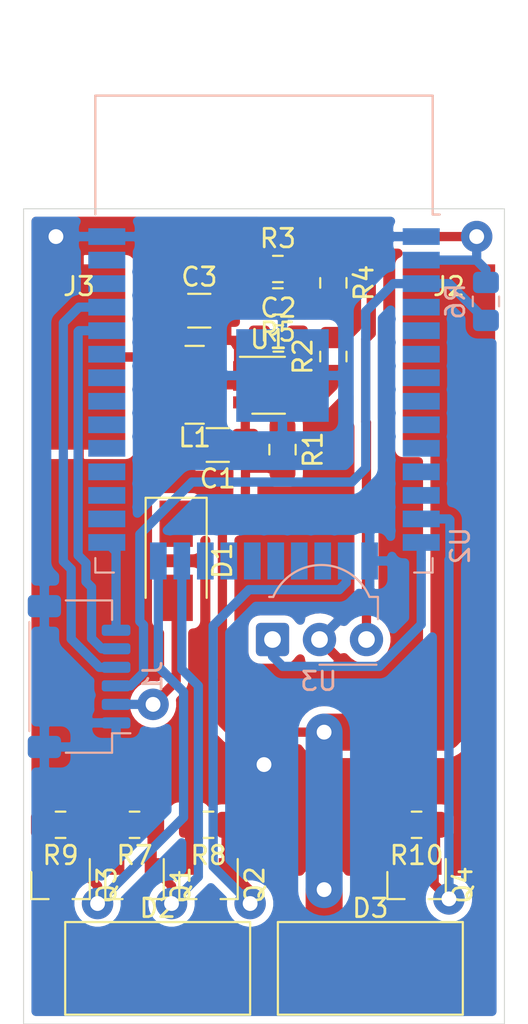
<source format=kicad_pcb>
(kicad_pcb (version 20171130) (host pcbnew "(5.1.5)-3")

  (general
    (thickness 1.6)
    (drawings 4)
    (tracks 186)
    (zones 0)
    (modules 27)
    (nets 24)
  )

  (page A4)
  (layers
    (0 F.Cu signal)
    (31 B.Cu signal)
    (32 B.Adhes user)
    (33 F.Adhes user)
    (34 B.Paste user)
    (35 F.Paste user hide)
    (36 B.SilkS user)
    (37 F.SilkS user)
    (38 B.Mask user hide)
    (39 F.Mask user hide)
    (40 Dwgs.User user)
    (41 Cmts.User user)
    (42 Eco1.User user)
    (43 Eco2.User user)
    (44 Edge.Cuts user)
    (45 Margin user)
    (46 B.CrtYd user hide)
    (47 F.CrtYd user hide)
    (48 B.Fab user hide)
    (49 F.Fab user hide)
  )

  (setup
    (last_trace_width 0.5)
    (user_trace_width 0.35)
    (user_trace_width 0.4)
    (user_trace_width 0.5)
    (user_trace_width 1)
    (user_trace_width 2)
    (trace_clearance 0.3)
    (zone_clearance 0.4)
    (zone_45_only no)
    (trace_min 0.2)
    (via_size 1.7)
    (via_drill 0.8)
    (via_min_size 0.4)
    (via_min_drill 0.3)
    (user_via 5 3)
    (uvia_size 0.3)
    (uvia_drill 0.1)
    (uvias_allowed no)
    (uvia_min_size 0.2)
    (uvia_min_drill 0.1)
    (edge_width 0.05)
    (segment_width 0.2)
    (pcb_text_width 0.3)
    (pcb_text_size 1.5 1.5)
    (mod_edge_width 0.12)
    (mod_text_size 1 1)
    (mod_text_width 0.15)
    (pad_size 1.524 1.524)
    (pad_drill 0.762)
    (pad_to_mask_clearance 0.051)
    (solder_mask_min_width 0.25)
    (aux_axis_origin 0 0)
    (visible_elements 7FFFFFFF)
    (pcbplotparams
      (layerselection 0x00000_ffffffff)
      (usegerberextensions false)
      (usegerberattributes false)
      (usegerberadvancedattributes false)
      (creategerberjobfile false)
      (excludeedgelayer true)
      (linewidth 0.100000)
      (plotframeref false)
      (viasonmask false)
      (mode 1)
      (useauxorigin false)
      (hpglpennumber 1)
      (hpglpenspeed 20)
      (hpglpendiameter 15.000000)
      (psnegative false)
      (psa4output false)
      (plotreference true)
      (plotvalue true)
      (plotinvisibletext false)
      (padsonsilk false)
      (subtractmaskfromsilk false)
      (outputformat 5)
      (mirror false)
      (drillshape 1)
      (scaleselection 1)
      (outputdirectory "../../Desktop/miniluna/"))
  )

  (net 0 "")
  (net 1 GND)
  (net 2 +12V)
  (net 3 LED_R_OUT)
  (net 4 LED_G_OUT)
  (net 5 LED_B_OUT)
  (net 6 +5V)
  (net 7 TX)
  (net 8 RX)
  (net 9 EN)
  (net 10 BOOT)
  (net 11 VDD)
  (net 12 LED_R)
  (net 13 LED_G)
  (net 14 LED_B)
  (net 15 LED_W)
  (net 16 "Net-(C2-Pad2)")
  (net 17 "Net-(C2-Pad1)")
  (net 18 "Net-(D3-Pad1)")
  (net 19 "Net-(R1-Pad1)")
  (net 20 "Net-(R2-Pad2)")
  (net 21 "Net-(R2-Pad1)")
  (net 22 "Net-(R4-Pad2)")
  (net 23 IR)

  (net_class Default "This is the default net class."
    (clearance 0.3)
    (trace_width 0.5)
    (via_dia 1.7)
    (via_drill 0.8)
    (uvia_dia 0.3)
    (uvia_drill 0.1)
    (add_net +12V)
    (add_net +5V)
    (add_net BOOT)
    (add_net EN)
    (add_net GND)
    (add_net IR)
    (add_net LED_B)
    (add_net LED_B_OUT)
    (add_net LED_G)
    (add_net LED_G_OUT)
    (add_net LED_R)
    (add_net LED_R_OUT)
    (add_net LED_W)
    (add_net "Net-(C2-Pad1)")
    (add_net "Net-(C2-Pad2)")
    (add_net "Net-(D3-Pad1)")
    (add_net "Net-(R1-Pad1)")
    (add_net "Net-(R2-Pad1)")
    (add_net "Net-(R2-Pad2)")
    (add_net "Net-(R4-Pad2)")
    (add_net RX)
    (add_net TX)
    (add_net VDD)
  )

  (module custom:LED_STRIP (layer F.Cu) (tedit 5DEEB1EF) (tstamp 5E56D5A3)
    (at 37.25 67.5 180)
    (path /5D9752D9)
    (fp_text reference D3 (at 0 3.25) (layer F.SilkS)
      (effects (font (size 1 1) (thickness 0.15)))
    )
    (fp_text value LED (at 0 4.75) (layer F.Fab)
      (effects (font (size 1 1) (thickness 0.15)))
    )
    (fp_line (start -5 -2.5) (end -5 2.5) (layer F.SilkS) (width 0.12))
    (fp_line (start 5 -2.5) (end -5 -2.5) (layer F.SilkS) (width 0.12))
    (fp_line (start 5 2.5) (end 5 -2.5) (layer F.SilkS) (width 0.12))
    (fp_line (start -5 2.5) (end 5 2.5) (layer F.SilkS) (width 0.12))
    (pad 2 smd roundrect (at 2.5 0 180) (size 2.5 4) (layers F.Cu F.Paste F.Mask) (roundrect_rratio 0.5)
      (net 2 +12V))
    (pad 1 smd roundrect (at -2.5 0 180) (size 2.5 4) (layers F.Cu F.Paste F.Mask) (roundrect_rratio 0.5)
      (net 18 "Net-(D3-Pad1)"))
  )

  (module Resistor_SMD:R_0805_2012Metric_Pad1.15x1.40mm_HandSolder (layer F.Cu) (tedit 5B36C52B) (tstamp 5E56C567)
    (at 39.75 59.75 180)
    (descr "Resistor SMD 0805 (2012 Metric), square (rectangular) end terminal, IPC_7351 nominal with elongated pad for handsoldering. (Body size source: https://docs.google.com/spreadsheets/d/1BsfQQcO9C6DZCsRaXUlFlo91Tg2WpOkGARC1WS5S8t0/edit?usp=sharing), generated with kicad-footprint-generator")
    (tags "resistor handsolder")
    (path /5E58AB97)
    (attr smd)
    (fp_text reference R10 (at 0 -1.65) (layer F.SilkS)
      (effects (font (size 1 1) (thickness 0.15)))
    )
    (fp_text value 1k (at 0 1.65) (layer F.Fab)
      (effects (font (size 1 1) (thickness 0.15)))
    )
    (fp_text user %R (at 0 0) (layer F.Fab)
      (effects (font (size 0.5 0.5) (thickness 0.08)))
    )
    (fp_line (start 1.85 0.95) (end -1.85 0.95) (layer F.CrtYd) (width 0.05))
    (fp_line (start 1.85 -0.95) (end 1.85 0.95) (layer F.CrtYd) (width 0.05))
    (fp_line (start -1.85 -0.95) (end 1.85 -0.95) (layer F.CrtYd) (width 0.05))
    (fp_line (start -1.85 0.95) (end -1.85 -0.95) (layer F.CrtYd) (width 0.05))
    (fp_line (start -0.261252 0.71) (end 0.261252 0.71) (layer F.SilkS) (width 0.12))
    (fp_line (start -0.261252 -0.71) (end 0.261252 -0.71) (layer F.SilkS) (width 0.12))
    (fp_line (start 1 0.6) (end -1 0.6) (layer F.Fab) (width 0.1))
    (fp_line (start 1 -0.6) (end 1 0.6) (layer F.Fab) (width 0.1))
    (fp_line (start -1 -0.6) (end 1 -0.6) (layer F.Fab) (width 0.1))
    (fp_line (start -1 0.6) (end -1 -0.6) (layer F.Fab) (width 0.1))
    (pad 2 smd roundrect (at 1.025 0 180) (size 1.15 1.4) (layers F.Cu F.Paste F.Mask) (roundrect_rratio 0.217391)
      (net 1 GND))
    (pad 1 smd roundrect (at -1.025 0 180) (size 1.15 1.4) (layers F.Cu F.Paste F.Mask) (roundrect_rratio 0.217391)
      (net 15 LED_W))
    (model ${KISYS3DMOD}/Resistor_SMD.3dshapes/R_0805_2012Metric.wrl
      (at (xyz 0 0 0))
      (scale (xyz 1 1 1))
      (rotate (xyz 0 0 0))
    )
  )

  (module Resistor_SMD:R_0805_2012Metric_Pad1.15x1.40mm_HandSolder (layer F.Cu) (tedit 5B36C52B) (tstamp 5E56C556)
    (at 20.5 59.75 180)
    (descr "Resistor SMD 0805 (2012 Metric), square (rectangular) end terminal, IPC_7351 nominal with elongated pad for handsoldering. (Body size source: https://docs.google.com/spreadsheets/d/1BsfQQcO9C6DZCsRaXUlFlo91Tg2WpOkGARC1WS5S8t0/edit?usp=sharing), generated with kicad-footprint-generator")
    (tags "resistor handsolder")
    (path /5E5762C3)
    (attr smd)
    (fp_text reference R9 (at 0 -1.65) (layer F.SilkS)
      (effects (font (size 1 1) (thickness 0.15)))
    )
    (fp_text value 1k (at 0 1.65) (layer F.Fab)
      (effects (font (size 1 1) (thickness 0.15)))
    )
    (fp_text user %R (at 0 0) (layer F.Fab)
      (effects (font (size 0.5 0.5) (thickness 0.08)))
    )
    (fp_line (start 1.85 0.95) (end -1.85 0.95) (layer F.CrtYd) (width 0.05))
    (fp_line (start 1.85 -0.95) (end 1.85 0.95) (layer F.CrtYd) (width 0.05))
    (fp_line (start -1.85 -0.95) (end 1.85 -0.95) (layer F.CrtYd) (width 0.05))
    (fp_line (start -1.85 0.95) (end -1.85 -0.95) (layer F.CrtYd) (width 0.05))
    (fp_line (start -0.261252 0.71) (end 0.261252 0.71) (layer F.SilkS) (width 0.12))
    (fp_line (start -0.261252 -0.71) (end 0.261252 -0.71) (layer F.SilkS) (width 0.12))
    (fp_line (start 1 0.6) (end -1 0.6) (layer F.Fab) (width 0.1))
    (fp_line (start 1 -0.6) (end 1 0.6) (layer F.Fab) (width 0.1))
    (fp_line (start -1 -0.6) (end 1 -0.6) (layer F.Fab) (width 0.1))
    (fp_line (start -1 0.6) (end -1 -0.6) (layer F.Fab) (width 0.1))
    (pad 2 smd roundrect (at 1.025 0 180) (size 1.15 1.4) (layers F.Cu F.Paste F.Mask) (roundrect_rratio 0.217391)
      (net 1 GND))
    (pad 1 smd roundrect (at -1.025 0 180) (size 1.15 1.4) (layers F.Cu F.Paste F.Mask) (roundrect_rratio 0.217391)
      (net 14 LED_B))
    (model ${KISYS3DMOD}/Resistor_SMD.3dshapes/R_0805_2012Metric.wrl
      (at (xyz 0 0 0))
      (scale (xyz 1 1 1))
      (rotate (xyz 0 0 0))
    )
  )

  (module Resistor_SMD:R_0805_2012Metric_Pad1.15x1.40mm_HandSolder (layer F.Cu) (tedit 5B36C52B) (tstamp 5E56C545)
    (at 28.5 59.75 180)
    (descr "Resistor SMD 0805 (2012 Metric), square (rectangular) end terminal, IPC_7351 nominal with elongated pad for handsoldering. (Body size source: https://docs.google.com/spreadsheets/d/1BsfQQcO9C6DZCsRaXUlFlo91Tg2WpOkGARC1WS5S8t0/edit?usp=sharing), generated with kicad-footprint-generator")
    (tags "resistor handsolder")
    (path /5E573F17)
    (attr smd)
    (fp_text reference R8 (at 0 -1.65) (layer F.SilkS)
      (effects (font (size 1 1) (thickness 0.15)))
    )
    (fp_text value 1k (at 0 1.65) (layer F.Fab)
      (effects (font (size 1 1) (thickness 0.15)))
    )
    (fp_text user %R (at 0 0) (layer F.Fab)
      (effects (font (size 0.5 0.5) (thickness 0.08)))
    )
    (fp_line (start 1.85 0.95) (end -1.85 0.95) (layer F.CrtYd) (width 0.05))
    (fp_line (start 1.85 -0.95) (end 1.85 0.95) (layer F.CrtYd) (width 0.05))
    (fp_line (start -1.85 -0.95) (end 1.85 -0.95) (layer F.CrtYd) (width 0.05))
    (fp_line (start -1.85 0.95) (end -1.85 -0.95) (layer F.CrtYd) (width 0.05))
    (fp_line (start -0.261252 0.71) (end 0.261252 0.71) (layer F.SilkS) (width 0.12))
    (fp_line (start -0.261252 -0.71) (end 0.261252 -0.71) (layer F.SilkS) (width 0.12))
    (fp_line (start 1 0.6) (end -1 0.6) (layer F.Fab) (width 0.1))
    (fp_line (start 1 -0.6) (end 1 0.6) (layer F.Fab) (width 0.1))
    (fp_line (start -1 -0.6) (end 1 -0.6) (layer F.Fab) (width 0.1))
    (fp_line (start -1 0.6) (end -1 -0.6) (layer F.Fab) (width 0.1))
    (pad 2 smd roundrect (at 1.025 0 180) (size 1.15 1.4) (layers F.Cu F.Paste F.Mask) (roundrect_rratio 0.217391)
      (net 1 GND))
    (pad 1 smd roundrect (at -1.025 0 180) (size 1.15 1.4) (layers F.Cu F.Paste F.Mask) (roundrect_rratio 0.217391)
      (net 13 LED_G))
    (model ${KISYS3DMOD}/Resistor_SMD.3dshapes/R_0805_2012Metric.wrl
      (at (xyz 0 0 0))
      (scale (xyz 1 1 1))
      (rotate (xyz 0 0 0))
    )
  )

  (module Resistor_SMD:R_0805_2012Metric_Pad1.15x1.40mm_HandSolder (layer F.Cu) (tedit 5B36C52B) (tstamp 5E56C534)
    (at 24.5 59.75 180)
    (descr "Resistor SMD 0805 (2012 Metric), square (rectangular) end terminal, IPC_7351 nominal with elongated pad for handsoldering. (Body size source: https://docs.google.com/spreadsheets/d/1BsfQQcO9C6DZCsRaXUlFlo91Tg2WpOkGARC1WS5S8t0/edit?usp=sharing), generated with kicad-footprint-generator")
    (tags "resistor handsolder")
    (path /5E568A3D)
    (attr smd)
    (fp_text reference R7 (at 0 -1.65) (layer F.SilkS)
      (effects (font (size 1 1) (thickness 0.15)))
    )
    (fp_text value 1k (at 0 1.65) (layer F.Fab)
      (effects (font (size 1 1) (thickness 0.15)))
    )
    (fp_text user %R (at 0 0) (layer F.Fab)
      (effects (font (size 0.5 0.5) (thickness 0.08)))
    )
    (fp_line (start 1.85 0.95) (end -1.85 0.95) (layer F.CrtYd) (width 0.05))
    (fp_line (start 1.85 -0.95) (end 1.85 0.95) (layer F.CrtYd) (width 0.05))
    (fp_line (start -1.85 -0.95) (end 1.85 -0.95) (layer F.CrtYd) (width 0.05))
    (fp_line (start -1.85 0.95) (end -1.85 -0.95) (layer F.CrtYd) (width 0.05))
    (fp_line (start -0.261252 0.71) (end 0.261252 0.71) (layer F.SilkS) (width 0.12))
    (fp_line (start -0.261252 -0.71) (end 0.261252 -0.71) (layer F.SilkS) (width 0.12))
    (fp_line (start 1 0.6) (end -1 0.6) (layer F.Fab) (width 0.1))
    (fp_line (start 1 -0.6) (end 1 0.6) (layer F.Fab) (width 0.1))
    (fp_line (start -1 -0.6) (end 1 -0.6) (layer F.Fab) (width 0.1))
    (fp_line (start -1 0.6) (end -1 -0.6) (layer F.Fab) (width 0.1))
    (pad 2 smd roundrect (at 1.025 0 180) (size 1.15 1.4) (layers F.Cu F.Paste F.Mask) (roundrect_rratio 0.217391)
      (net 1 GND))
    (pad 1 smd roundrect (at -1.025 0 180) (size 1.15 1.4) (layers F.Cu F.Paste F.Mask) (roundrect_rratio 0.217391)
      (net 12 LED_R))
    (model ${KISYS3DMOD}/Resistor_SMD.3dshapes/R_0805_2012Metric.wrl
      (at (xyz 0 0 0))
      (scale (xyz 1 1 1))
      (rotate (xyz 0 0 0))
    )
  )

  (module Capacitor_SMD:C_1206_3216Metric_Pad1.42x1.75mm_HandSolder (layer F.Cu) (tedit 5B301BBE) (tstamp 5E1E56BE)
    (at 28 32)
    (descr "Capacitor SMD 1206 (3216 Metric), square (rectangular) end terminal, IPC_7351 nominal with elongated pad for handsoldering. (Body size source: http://www.tortai-tech.com/upload/download/2011102023233369053.pdf), generated with kicad-footprint-generator")
    (tags "capacitor handsolder")
    (path /5DEF7C8A)
    (attr smd)
    (fp_text reference C3 (at 0 -1.82) (layer F.SilkS)
      (effects (font (size 1 1) (thickness 0.15)))
    )
    (fp_text value 22u (at 0 1.82) (layer F.Fab)
      (effects (font (size 1 1) (thickness 0.15)))
    )
    (fp_line (start -1.6 0.8) (end -1.6 -0.8) (layer F.Fab) (width 0.1))
    (fp_line (start -1.6 -0.8) (end 1.6 -0.8) (layer F.Fab) (width 0.1))
    (fp_line (start 1.6 -0.8) (end 1.6 0.8) (layer F.Fab) (width 0.1))
    (fp_line (start 1.6 0.8) (end -1.6 0.8) (layer F.Fab) (width 0.1))
    (fp_line (start -0.602064 -0.91) (end 0.602064 -0.91) (layer F.SilkS) (width 0.12))
    (fp_line (start -0.602064 0.91) (end 0.602064 0.91) (layer F.SilkS) (width 0.12))
    (fp_line (start -2.45 1.12) (end -2.45 -1.12) (layer F.CrtYd) (width 0.05))
    (fp_line (start -2.45 -1.12) (end 2.45 -1.12) (layer F.CrtYd) (width 0.05))
    (fp_line (start 2.45 -1.12) (end 2.45 1.12) (layer F.CrtYd) (width 0.05))
    (fp_line (start 2.45 1.12) (end -2.45 1.12) (layer F.CrtYd) (width 0.05))
    (fp_text user %R (at 0 0) (layer F.Fab)
      (effects (font (size 0.8 0.8) (thickness 0.12)))
    )
    (pad 1 smd roundrect (at -1.4875 0) (size 1.425 1.75) (layers F.Cu F.Paste F.Mask) (roundrect_rratio 0.175439)
      (net 11 VDD))
    (pad 2 smd roundrect (at 1.4875 0) (size 1.425 1.75) (layers F.Cu F.Paste F.Mask) (roundrect_rratio 0.175439)
      (net 1 GND))
    (model ${KISYS3DMOD}/Capacitor_SMD.3dshapes/C_1206_3216Metric.wrl
      (at (xyz 0 0 0))
      (scale (xyz 1 1 1))
      (rotate (xyz 0 0 0))
    )
  )

  (module RF_Module:ESP32-WROOM-32 (layer B.Cu) (tedit 5B5B4654) (tstamp 5E1E7CCC)
    (at 31.5 36.255 180)
    (descr "Single 2.4 GHz Wi-Fi and Bluetooth combo chip https://www.espressif.com/sites/default/files/documentation/esp32-wroom-32_datasheet_en.pdf")
    (tags "Single 2.4 GHz Wi-Fi and Bluetooth combo  chip")
    (path /5CCD738F)
    (attr smd)
    (fp_text reference U2 (at -10.61 -8.43 270) (layer B.SilkS)
      (effects (font (size 1 1) (thickness 0.15)) (justify mirror))
    )
    (fp_text value ESP32-WROOM-32 (at 0 -11.5) (layer B.Fab)
      (effects (font (size 1 1) (thickness 0.15)) (justify mirror))
    )
    (fp_line (start -9.12 9.445) (end -9.5 9.445) (layer B.SilkS) (width 0.12))
    (fp_line (start -9.12 15.865) (end -9.12 9.445) (layer B.SilkS) (width 0.12))
    (fp_line (start 9.12 15.865) (end 9.12 9.445) (layer B.SilkS) (width 0.12))
    (fp_line (start -9.12 15.865) (end 9.12 15.865) (layer B.SilkS) (width 0.12))
    (fp_line (start 9.12 -9.88) (end 8.12 -9.88) (layer B.SilkS) (width 0.12))
    (fp_line (start 9.12 -9.1) (end 9.12 -9.88) (layer B.SilkS) (width 0.12))
    (fp_line (start -9.12 -9.88) (end -8.12 -9.88) (layer B.SilkS) (width 0.12))
    (fp_line (start -9.12 -9.1) (end -9.12 -9.88) (layer B.SilkS) (width 0.12))
    (fp_line (start 8.4 20.6) (end 8.2 20.4) (layer Cmts.User) (width 0.1))
    (fp_line (start 8.4 16) (end 8.4 20.6) (layer Cmts.User) (width 0.1))
    (fp_line (start 8.4 20.6) (end 8.6 20.4) (layer Cmts.User) (width 0.1))
    (fp_line (start 8.4 16) (end 8.6 16.2) (layer Cmts.User) (width 0.1))
    (fp_line (start 8.4 16) (end 8.2 16.2) (layer Cmts.User) (width 0.1))
    (fp_line (start -9.2 13.875) (end -9.4 14.075) (layer Cmts.User) (width 0.1))
    (fp_line (start -13.8 13.875) (end -9.2 13.875) (layer Cmts.User) (width 0.1))
    (fp_line (start -9.2 13.875) (end -9.4 13.675) (layer Cmts.User) (width 0.1))
    (fp_line (start -13.8 13.875) (end -13.6 13.675) (layer Cmts.User) (width 0.1))
    (fp_line (start -13.8 13.875) (end -13.6 14.075) (layer Cmts.User) (width 0.1))
    (fp_line (start 9.2 13.875) (end 9.4 13.675) (layer Cmts.User) (width 0.1))
    (fp_line (start 9.2 13.875) (end 9.4 14.075) (layer Cmts.User) (width 0.1))
    (fp_line (start 13.8 13.875) (end 13.6 13.675) (layer Cmts.User) (width 0.1))
    (fp_line (start 13.8 13.875) (end 13.6 14.075) (layer Cmts.User) (width 0.1))
    (fp_line (start 9.2 13.875) (end 13.8 13.875) (layer Cmts.User) (width 0.1))
    (fp_line (start 14 11.585) (end 12 9.97) (layer Dwgs.User) (width 0.1))
    (fp_line (start 14 13.2) (end 10 9.97) (layer Dwgs.User) (width 0.1))
    (fp_line (start 14 14.815) (end 8 9.97) (layer Dwgs.User) (width 0.1))
    (fp_line (start 14 16.43) (end 6 9.97) (layer Dwgs.User) (width 0.1))
    (fp_line (start 14 18.045) (end 4 9.97) (layer Dwgs.User) (width 0.1))
    (fp_line (start 14 19.66) (end 2 9.97) (layer Dwgs.User) (width 0.1))
    (fp_line (start 13.475 20.75) (end 0 9.97) (layer Dwgs.User) (width 0.1))
    (fp_line (start 11.475 20.75) (end -2 9.97) (layer Dwgs.User) (width 0.1))
    (fp_line (start 9.475 20.75) (end -4 9.97) (layer Dwgs.User) (width 0.1))
    (fp_line (start 7.475 20.75) (end -6 9.97) (layer Dwgs.User) (width 0.1))
    (fp_line (start -8 9.97) (end 5.475 20.75) (layer Dwgs.User) (width 0.1))
    (fp_line (start 3.475 20.75) (end -10 9.97) (layer Dwgs.User) (width 0.1))
    (fp_line (start 1.475 20.75) (end -12 9.97) (layer Dwgs.User) (width 0.1))
    (fp_line (start -0.525 20.75) (end -14 9.97) (layer Dwgs.User) (width 0.1))
    (fp_line (start -2.525 20.75) (end -14 11.585) (layer Dwgs.User) (width 0.1))
    (fp_line (start -4.525 20.75) (end -14 13.2) (layer Dwgs.User) (width 0.1))
    (fp_line (start -6.525 20.75) (end -14 14.815) (layer Dwgs.User) (width 0.1))
    (fp_line (start -8.525 20.75) (end -14 16.43) (layer Dwgs.User) (width 0.1))
    (fp_line (start -10.525 20.75) (end -14 18.045) (layer Dwgs.User) (width 0.1))
    (fp_line (start -12.525 20.75) (end -14 19.66) (layer Dwgs.User) (width 0.1))
    (fp_line (start 9.75 9.72) (end 14.25 9.72) (layer B.CrtYd) (width 0.05))
    (fp_line (start -14.25 9.72) (end -9.75 9.72) (layer B.CrtYd) (width 0.05))
    (fp_line (start 14.25 21) (end 14.25 9.72) (layer B.CrtYd) (width 0.05))
    (fp_line (start -14.25 21) (end -14.25 9.72) (layer B.CrtYd) (width 0.05))
    (fp_line (start 14 20.75) (end -14 20.75) (layer Dwgs.User) (width 0.1))
    (fp_line (start 14 9.97) (end 14 20.75) (layer Dwgs.User) (width 0.1))
    (fp_line (start 14 9.97) (end -14 9.97) (layer Dwgs.User) (width 0.1))
    (fp_line (start -9 9.02) (end -8.5 9.52) (layer B.Fab) (width 0.1))
    (fp_line (start -8.5 9.52) (end -9 10.02) (layer B.Fab) (width 0.1))
    (fp_line (start -9 9.02) (end -9 -9.76) (layer B.Fab) (width 0.1))
    (fp_line (start -14.25 21) (end 14.25 21) (layer B.CrtYd) (width 0.05))
    (fp_line (start 9.75 9.72) (end 9.75 -10.5) (layer B.CrtYd) (width 0.05))
    (fp_line (start -9.75 -10.5) (end 9.75 -10.5) (layer B.CrtYd) (width 0.05))
    (fp_line (start -9.75 -10.5) (end -9.75 9.72) (layer B.CrtYd) (width 0.05))
    (fp_line (start -9 15.745) (end 9 15.745) (layer B.Fab) (width 0.1))
    (fp_line (start -9 15.745) (end -9 10.02) (layer B.Fab) (width 0.1))
    (fp_line (start -9 -9.76) (end 9 -9.76) (layer B.Fab) (width 0.1))
    (fp_line (start 9 -9.76) (end 9 15.745) (layer B.Fab) (width 0.1))
    (fp_line (start -14 9.97) (end -14 20.75) (layer Dwgs.User) (width 0.1))
    (fp_text user "5 mm" (at 7.8 19.075 270) (layer Cmts.User)
      (effects (font (size 0.5 0.5) (thickness 0.1)))
    )
    (fp_text user "5 mm" (at -11.2 14.375) (layer Cmts.User)
      (effects (font (size 0.5 0.5) (thickness 0.1)))
    )
    (fp_text user "5 mm" (at 11.8 14.375) (layer Cmts.User)
      (effects (font (size 0.5 0.5) (thickness 0.1)))
    )
    (fp_text user Antenna (at 0 13) (layer Cmts.User)
      (effects (font (size 1 1) (thickness 0.15)))
    )
    (fp_text user "KEEP-OUT ZONE" (at 0 19) (layer Cmts.User)
      (effects (font (size 1 1) (thickness 0.15)))
    )
    (fp_text user %R (at 0 0 90) (layer F.Fab)
      (effects (font (size 1 1) (thickness 0.15)))
    )
    (pad 38 smd rect (at 8.5 8.255 180) (size 2 0.9) (layers B.Cu B.Paste B.Mask)
      (net 1 GND))
    (pad 37 smd rect (at 8.5 6.985 180) (size 2 0.9) (layers B.Cu B.Paste B.Mask))
    (pad 36 smd rect (at 8.5 5.715 180) (size 2 0.9) (layers B.Cu B.Paste B.Mask))
    (pad 35 smd rect (at 8.5 4.445 180) (size 2 0.9) (layers B.Cu B.Paste B.Mask)
      (net 7 TX))
    (pad 34 smd rect (at 8.5 3.175 180) (size 2 0.9) (layers B.Cu B.Paste B.Mask)
      (net 8 RX))
    (pad 33 smd rect (at 8.5 1.905 180) (size 2 0.9) (layers B.Cu B.Paste B.Mask))
    (pad 32 smd rect (at 8.5 0.635 180) (size 2 0.9) (layers B.Cu B.Paste B.Mask))
    (pad 31 smd rect (at 8.5 -0.635 180) (size 2 0.9) (layers B.Cu B.Paste B.Mask))
    (pad 30 smd rect (at 8.5 -1.905 180) (size 2 0.9) (layers B.Cu B.Paste B.Mask))
    (pad 29 smd rect (at 8.5 -3.175 180) (size 2 0.9) (layers B.Cu B.Paste B.Mask))
    (pad 28 smd rect (at 8.5 -4.445 180) (size 2 0.9) (layers B.Cu B.Paste B.Mask))
    (pad 27 smd rect (at 8.5 -5.715 180) (size 2 0.9) (layers B.Cu B.Paste B.Mask))
    (pad 26 smd rect (at 8.5 -6.985 180) (size 2 0.9) (layers B.Cu B.Paste B.Mask))
    (pad 25 smd rect (at 8.5 -8.255 180) (size 2 0.9) (layers B.Cu B.Paste B.Mask)
      (net 10 BOOT))
    (pad 24 smd rect (at 5.715 -9.255 90) (size 2 0.9) (layers B.Cu B.Paste B.Mask)
      (net 14 LED_B))
    (pad 23 smd rect (at 4.445 -9.255 90) (size 2 0.9) (layers B.Cu B.Paste B.Mask)
      (net 12 LED_R))
    (pad 22 smd rect (at 3.175 -9.255 90) (size 2 0.9) (layers B.Cu B.Paste B.Mask))
    (pad 21 smd rect (at 1.905 -9.255 90) (size 2 0.9) (layers B.Cu B.Paste B.Mask))
    (pad 20 smd rect (at 0.635 -9.255 90) (size 2 0.9) (layers B.Cu B.Paste B.Mask))
    (pad 19 smd rect (at -0.635 -9.255 90) (size 2 0.9) (layers B.Cu B.Paste B.Mask))
    (pad 18 smd rect (at -1.905 -9.255 90) (size 2 0.9) (layers B.Cu B.Paste B.Mask))
    (pad 17 smd rect (at -3.175 -9.255 90) (size 2 0.9) (layers B.Cu B.Paste B.Mask))
    (pad 16 smd rect (at -4.445 -9.255 90) (size 2 0.9) (layers B.Cu B.Paste B.Mask)
      (net 13 LED_G))
    (pad 15 smd rect (at -5.715 -9.255 90) (size 2 0.9) (layers B.Cu B.Paste B.Mask)
      (net 1 GND))
    (pad 14 smd rect (at -8.5 -8.255 180) (size 2 0.9) (layers B.Cu B.Paste B.Mask)
      (net 23 IR))
    (pad 13 smd rect (at -8.5 -6.985 180) (size 2 0.9) (layers B.Cu B.Paste B.Mask)
      (net 15 LED_W))
    (pad 12 smd rect (at -8.5 -5.715 180) (size 2 0.9) (layers B.Cu B.Paste B.Mask))
    (pad 11 smd rect (at -8.5 -4.445 180) (size 2 0.9) (layers B.Cu B.Paste B.Mask))
    (pad 10 smd rect (at -8.5 -3.175 180) (size 2 0.9) (layers B.Cu B.Paste B.Mask))
    (pad 9 smd rect (at -8.5 -1.905 180) (size 2 0.9) (layers B.Cu B.Paste B.Mask))
    (pad 8 smd rect (at -8.5 -0.635 180) (size 2 0.9) (layers B.Cu B.Paste B.Mask))
    (pad 7 smd rect (at -8.5 0.635 180) (size 2 0.9) (layers B.Cu B.Paste B.Mask))
    (pad 6 smd rect (at -8.5 1.905 180) (size 2 0.9) (layers B.Cu B.Paste B.Mask))
    (pad 5 smd rect (at -8.5 3.175 180) (size 2 0.9) (layers B.Cu B.Paste B.Mask))
    (pad 4 smd rect (at -8.5 4.445 180) (size 2 0.9) (layers B.Cu B.Paste B.Mask))
    (pad 3 smd rect (at -8.5 5.715 180) (size 2 0.9) (layers B.Cu B.Paste B.Mask)
      (net 9 EN))
    (pad 2 smd rect (at -8.5 6.985 180) (size 2 0.9) (layers B.Cu B.Paste B.Mask)
      (net 11 VDD))
    (pad 1 smd rect (at -8.5 8.255 180) (size 2 0.9) (layers B.Cu B.Paste B.Mask)
      (net 1 GND))
    (pad 39 smd rect (at -1 0.755 180) (size 5 5) (layers B.Cu B.Paste B.Mask)
      (net 1 GND))
    (model ${KISYS3DMOD}/RF_Module.3dshapes/ESP32-WROOM-32.wrl
      (at (xyz 0 0 0))
      (scale (xyz 1 1 1))
      (rotate (xyz 0 0 0))
    )
  )

  (module Capacitor_SMD:C_0805_2012Metric_Pad1.15x1.40mm_HandSolder (layer F.Cu) (tedit 5B36C52B) (tstamp 5E1E5824)
    (at 32.275 33.5)
    (descr "Capacitor SMD 0805 (2012 Metric), square (rectangular) end terminal, IPC_7351 nominal with elongated pad for handsoldering. (Body size source: https://docs.google.com/spreadsheets/d/1BsfQQcO9C6DZCsRaXUlFlo91Tg2WpOkGARC1WS5S8t0/edit?usp=sharing), generated with kicad-footprint-generator")
    (tags "capacitor handsolder")
    (path /5D86DD04)
    (attr smd)
    (fp_text reference C2 (at 0 -1.65) (layer F.SilkS)
      (effects (font (size 1 1) (thickness 0.15)))
    )
    (fp_text value 1u (at 0 1.65) (layer F.Fab)
      (effects (font (size 1 1) (thickness 0.15)))
    )
    (fp_text user %R (at 0 0) (layer F.Fab)
      (effects (font (size 0.5 0.5) (thickness 0.08)))
    )
    (fp_line (start 1.85 0.95) (end -1.85 0.95) (layer F.CrtYd) (width 0.05))
    (fp_line (start 1.85 -0.95) (end 1.85 0.95) (layer F.CrtYd) (width 0.05))
    (fp_line (start -1.85 -0.95) (end 1.85 -0.95) (layer F.CrtYd) (width 0.05))
    (fp_line (start -1.85 0.95) (end -1.85 -0.95) (layer F.CrtYd) (width 0.05))
    (fp_line (start -0.261252 0.71) (end 0.261252 0.71) (layer F.SilkS) (width 0.12))
    (fp_line (start -0.261252 -0.71) (end 0.261252 -0.71) (layer F.SilkS) (width 0.12))
    (fp_line (start 1 0.6) (end -1 0.6) (layer F.Fab) (width 0.1))
    (fp_line (start 1 -0.6) (end 1 0.6) (layer F.Fab) (width 0.1))
    (fp_line (start -1 -0.6) (end 1 -0.6) (layer F.Fab) (width 0.1))
    (fp_line (start -1 0.6) (end -1 -0.6) (layer F.Fab) (width 0.1))
    (pad 2 smd roundrect (at 1.025 0) (size 1.15 1.4) (layers F.Cu F.Paste F.Mask) (roundrect_rratio 0.217391)
      (net 16 "Net-(C2-Pad2)"))
    (pad 1 smd roundrect (at -1.025 0) (size 1.15 1.4) (layers F.Cu F.Paste F.Mask) (roundrect_rratio 0.217391)
      (net 17 "Net-(C2-Pad1)"))
    (model ${KISYS3DMOD}/Capacitor_SMD.3dshapes/C_0805_2012Metric.wrl
      (at (xyz 0 0 0))
      (scale (xyz 1 1 1))
      (rotate (xyz 0 0 0))
    )
  )

  (module OptoDevice:Vishay_MOLD-3Pin (layer B.Cu) (tedit 5B888673) (tstamp 5E1E2C7F)
    (at 31.96 49.75)
    (descr "IR Receiver Vishay TSOP-xxxx, MOLD package, see https://www.vishay.com/docs/82669/tsop32s40f.pdf")
    (tags "IR Receiver Vishay TSOP-xxxx MOLD")
    (path /5E1E477A)
    (fp_text reference U3 (at 2.5 2.25 180) (layer B.SilkS)
      (effects (font (size 1 1) (thickness 0.15)) (justify mirror))
    )
    (fp_text value TSOP343xx (at 2.5 -5 180) (layer B.Fab)
      (effects (font (size 1 1) (thickness 0.15)) (justify mirror))
    )
    (fp_line (start 0.55 1.25) (end -0.2 0.5) (layer B.Fab) (width 0.1))
    (fp_line (start 0.04 -2.3) (end -0.18 -2.3) (layer B.SilkS) (width 0.12))
    (fp_arc (start 2.64 -1.15) (end 5.14 -2.25) (angle -132) (layer B.Fab) (width 0.1))
    (fp_arc (start 2.64 -1.2) (end 5.24 -2.3) (angle -134.1358099) (layer B.SilkS) (width 0.12))
    (fp_line (start -1.15 1.5) (end 6.23 1.5) (layer B.CrtYd) (width 0.05))
    (fp_line (start -1.15 1.5) (end -1.15 -4.13) (layer B.CrtYd) (width 0.05))
    (fp_line (start 6.23 -4.13) (end 6.23 1.5) (layer B.CrtYd) (width 0.05))
    (fp_line (start 6.23 -4.13) (end -1.15 -4.13) (layer B.CrtYd) (width 0.05))
    (fp_line (start 5.62 1.36) (end 2.54 1.36) (layer B.SilkS) (width 0.12))
    (fp_line (start 5.7 -2.3) (end 5.24 -2.3) (layer B.SilkS) (width 0.12))
    (fp_line (start 5.7 -2.3) (end 5.7 -1.1) (layer B.SilkS) (width 0.12))
    (fp_line (start 5.6 1.25) (end 5.6 -2.2) (layer B.Fab) (width 0.1))
    (fp_line (start 0.55 1.25) (end 5.6 1.25) (layer B.Fab) (width 0.1))
    (fp_line (start -0.2 -2.2) (end -0.2 0.5) (layer B.Fab) (width 0.1))
    (fp_line (start 5.6 -2.2) (end -0.2 -2.2) (layer B.Fab) (width 0.1))
    (fp_text user %R (at 2.675 -1.316) (layer B.Fab)
      (effects (font (size 1 1) (thickness 0.15)) (justify mirror))
    )
    (pad 3 thru_hole circle (at 5.08 0) (size 1.8 1.8) (drill 0.9) (layers *.Cu *.Mask)
      (net 11 VDD))
    (pad 2 thru_hole circle (at 2.54 0) (size 1.8 1.8) (drill 0.9) (layers *.Cu *.Mask)
      (net 1 GND))
    (pad 1 thru_hole roundrect (at 0 0) (size 1.8 1.8) (drill 0.9) (layers *.Cu *.Mask) (roundrect_rratio 0.138)
      (net 23 IR))
    (model ${KISYS3DMOD}/OptoDevice.3dshapes/Vishay_MOLD-3Pin.wrl
      (at (xyz 0 0 0))
      (scale (xyz 1 1 1))
      (rotate (xyz 0 0 0))
    )
  )

  (module Package_TO_SOT_SMD:SOT-23 (layer F.Cu) (tedit 5A02FF57) (tstamp 5DEEBF5E)
    (at 20.5 63 270)
    (descr "SOT-23, Standard")
    (tags SOT-23)
    (path /5D8DD180)
    (attr smd)
    (fp_text reference Q3 (at 0 -2.5 270) (layer F.SilkS)
      (effects (font (size 1 1) (thickness 0.15)))
    )
    (fp_text value DMN3404L (at 0 2.5 270) (layer F.Fab)
      (effects (font (size 1 1) (thickness 0.15)))
    )
    (fp_line (start 0.76 1.58) (end -0.7 1.58) (layer F.SilkS) (width 0.12))
    (fp_line (start 0.76 -1.58) (end -1.4 -1.58) (layer F.SilkS) (width 0.12))
    (fp_line (start -1.7 1.75) (end -1.7 -1.75) (layer F.CrtYd) (width 0.05))
    (fp_line (start 1.7 1.75) (end -1.7 1.75) (layer F.CrtYd) (width 0.05))
    (fp_line (start 1.7 -1.75) (end 1.7 1.75) (layer F.CrtYd) (width 0.05))
    (fp_line (start -1.7 -1.75) (end 1.7 -1.75) (layer F.CrtYd) (width 0.05))
    (fp_line (start 0.76 -1.58) (end 0.76 -0.65) (layer F.SilkS) (width 0.12))
    (fp_line (start 0.76 1.58) (end 0.76 0.65) (layer F.SilkS) (width 0.12))
    (fp_line (start -0.7 1.52) (end 0.7 1.52) (layer F.Fab) (width 0.1))
    (fp_line (start 0.7 -1.52) (end 0.7 1.52) (layer F.Fab) (width 0.1))
    (fp_line (start -0.7 -0.95) (end -0.15 -1.52) (layer F.Fab) (width 0.1))
    (fp_line (start -0.15 -1.52) (end 0.7 -1.52) (layer F.Fab) (width 0.1))
    (fp_line (start -0.7 -0.95) (end -0.7 1.5) (layer F.Fab) (width 0.1))
    (fp_text user %R (at 0 0 180) (layer F.Fab)
      (effects (font (size 0.5 0.5) (thickness 0.075)))
    )
    (pad 3 smd rect (at 1 0 270) (size 0.9 0.8) (layers F.Cu F.Paste F.Mask)
      (net 5 LED_B_OUT))
    (pad 2 smd rect (at -1 0.95 270) (size 0.9 0.8) (layers F.Cu F.Paste F.Mask)
      (net 1 GND))
    (pad 1 smd rect (at -1 -0.95 270) (size 0.9 0.8) (layers F.Cu F.Paste F.Mask)
      (net 14 LED_B))
    (model ${KISYS3DMOD}/Package_TO_SOT_SMD.3dshapes/SOT-23.wrl
      (at (xyz 0 0 0))
      (scale (xyz 1 1 1))
      (rotate (xyz 0 0 0))
    )
  )

  (module Diode_SMD:D_SMA (layer F.Cu) (tedit 586432E5) (tstamp 5D8835E5)
    (at 26.75 45.5 270)
    (descr "Diode SMA (DO-214AC)")
    (tags "Diode SMA (DO-214AC)")
    (path /5D86F754)
    (attr smd)
    (fp_text reference D1 (at 0 -2.5 90) (layer F.SilkS)
      (effects (font (size 1 1) (thickness 0.15)))
    )
    (fp_text value D_Schottky (at 0 2.6 90) (layer F.Fab)
      (effects (font (size 1 1) (thickness 0.15)))
    )
    (fp_line (start -3.4 -1.65) (end 2 -1.65) (layer F.SilkS) (width 0.12))
    (fp_line (start -3.4 1.65) (end 2 1.65) (layer F.SilkS) (width 0.12))
    (fp_line (start -0.64944 0.00102) (end 0.50118 -0.79908) (layer F.Fab) (width 0.1))
    (fp_line (start -0.64944 0.00102) (end 0.50118 0.75032) (layer F.Fab) (width 0.1))
    (fp_line (start 0.50118 0.75032) (end 0.50118 -0.79908) (layer F.Fab) (width 0.1))
    (fp_line (start -0.64944 -0.79908) (end -0.64944 0.80112) (layer F.Fab) (width 0.1))
    (fp_line (start 0.50118 0.00102) (end 1.4994 0.00102) (layer F.Fab) (width 0.1))
    (fp_line (start -0.64944 0.00102) (end -1.55114 0.00102) (layer F.Fab) (width 0.1))
    (fp_line (start -3.5 1.75) (end -3.5 -1.75) (layer F.CrtYd) (width 0.05))
    (fp_line (start 3.5 1.75) (end -3.5 1.75) (layer F.CrtYd) (width 0.05))
    (fp_line (start 3.5 -1.75) (end 3.5 1.75) (layer F.CrtYd) (width 0.05))
    (fp_line (start -3.5 -1.75) (end 3.5 -1.75) (layer F.CrtYd) (width 0.05))
    (fp_line (start 2.3 -1.5) (end -2.3 -1.5) (layer F.Fab) (width 0.1))
    (fp_line (start 2.3 -1.5) (end 2.3 1.5) (layer F.Fab) (width 0.1))
    (fp_line (start -2.3 1.5) (end -2.3 -1.5) (layer F.Fab) (width 0.1))
    (fp_line (start 2.3 1.5) (end -2.3 1.5) (layer F.Fab) (width 0.1))
    (fp_line (start -3.4 -1.65) (end -3.4 1.65) (layer F.SilkS) (width 0.12))
    (fp_text user %R (at 0 -2.5 90) (layer F.Fab)
      (effects (font (size 1 1) (thickness 0.15)))
    )
    (pad 2 smd rect (at 2 0 270) (size 2.5 1.8) (layers F.Cu F.Paste F.Mask)
      (net 6 +5V))
    (pad 1 smd rect (at -2 0 270) (size 2.5 1.8) (layers F.Cu F.Paste F.Mask)
      (net 2 +12V))
    (model ${KISYS3DMOD}/Diode_SMD.3dshapes/D_SMA.wrl
      (at (xyz 0 0 0))
      (scale (xyz 1 1 1))
      (rotate (xyz 0 0 0))
    )
  )

  (module Inductor_SMD:L_Wuerth_MAPI-4020 (layer F.Cu) (tedit 59912BEE) (tstamp 5D8836AF)
    (at 27.75 36 180)
    (descr "Inductor, Wuerth Elektronik, Wuerth_MAPI-4020, 4.0mmx4.0mm")
    (tags "inductor Wuerth smd")
    (path /5D8725EF)
    (attr smd)
    (fp_text reference L1 (at 0 -2.85) (layer F.SilkS)
      (effects (font (size 1 1) (thickness 0.15)))
    )
    (fp_text value 10u (at 0 3.35) (layer F.Fab)
      (effects (font (size 1 1) (thickness 0.15)))
    )
    (fp_text user %R (at 0 0) (layer F.Fab)
      (effects (font (size 0.8 0.8) (thickness 0.15)))
    )
    (fp_line (start -2 -2) (end -2 2) (layer F.Fab) (width 0.1))
    (fp_line (start -2 2) (end 2 2) (layer F.Fab) (width 0.1))
    (fp_line (start 2 2) (end 2 -2) (layer F.Fab) (width 0.1))
    (fp_line (start 2 -2) (end -2 -2) (layer F.Fab) (width 0.1))
    (fp_line (start -2 -2.2) (end -2 2.2) (layer F.CrtYd) (width 0.05))
    (fp_line (start -2 2.2) (end 2 2.2) (layer F.CrtYd) (width 0.05))
    (fp_line (start 2 2.2) (end 2 -2.2) (layer F.CrtYd) (width 0.05))
    (fp_line (start 2 -2.2) (end -2 -2.2) (layer F.CrtYd) (width 0.05))
    (fp_line (start -0.495 -2.1) (end 0.495 -2.1) (layer F.SilkS) (width 0.12))
    (fp_line (start -0.495 2.1) (end 0.495 2.1) (layer F.SilkS) (width 0.12))
    (pad 1 smd rect (at -1.185 0 180) (size 0.98 3.7) (layers F.Cu F.Paste F.Mask)
      (net 17 "Net-(C2-Pad1)"))
    (pad 2 smd rect (at 1.185 0 180) (size 0.98 3.7) (layers F.Cu F.Paste F.Mask)
      (net 11 VDD))
    (model ${KISYS3DMOD}/Inductor_SMD.3dshapes/L_Wuerth_MAPI-4020.wrl
      (at (xyz 0 0 0))
      (scale (xyz 1 1 1))
      (rotate (xyz 0 0 0))
    )
  )

  (module Connector_JST:JST_SH_SM06B-SRSS-TB_1x06-1MP_P1.00mm_Horizontal (layer B.Cu) (tedit 5B78AD87) (tstamp 5DEECC70)
    (at 21.5 51.75 90)
    (descr "JST SH series connector, SM06B-SRSS-TB (http://www.jst-mfg.com/product/pdf/eng/eSH.pdf), generated with kicad-footprint-generator")
    (tags "connector JST SH top entry")
    (path /5D899366)
    (attr smd)
    (fp_text reference J1 (at 0 3.98 270) (layer B.SilkS)
      (effects (font (size 1 1) (thickness 0.15)) (justify mirror))
    )
    (fp_text value Conn_01x06_MountingPin (at 0 -3.98 270) (layer B.Fab)
      (effects (font (size 1 1) (thickness 0.15)) (justify mirror))
    )
    (fp_text user %R (at 0 0 270) (layer B.Fab)
      (effects (font (size 1 1) (thickness 0.15)) (justify mirror))
    )
    (fp_line (start -2.5 0.967893) (end -2 1.675) (layer B.Fab) (width 0.1))
    (fp_line (start -3 1.675) (end -2.5 0.967893) (layer B.Fab) (width 0.1))
    (fp_line (start 4.9 3.28) (end -4.9 3.28) (layer B.CrtYd) (width 0.05))
    (fp_line (start 4.9 -3.28) (end 4.9 3.28) (layer B.CrtYd) (width 0.05))
    (fp_line (start -4.9 -3.28) (end 4.9 -3.28) (layer B.CrtYd) (width 0.05))
    (fp_line (start -4.9 3.28) (end -4.9 -3.28) (layer B.CrtYd) (width 0.05))
    (fp_line (start 4 1.675) (end 4 -2.575) (layer B.Fab) (width 0.1))
    (fp_line (start -4 1.675) (end -4 -2.575) (layer B.Fab) (width 0.1))
    (fp_line (start -4 -2.575) (end 4 -2.575) (layer B.Fab) (width 0.1))
    (fp_line (start -2.94 -2.685) (end 2.94 -2.685) (layer B.SilkS) (width 0.12))
    (fp_line (start 4.11 1.785) (end 3.06 1.785) (layer B.SilkS) (width 0.12))
    (fp_line (start 4.11 -0.715) (end 4.11 1.785) (layer B.SilkS) (width 0.12))
    (fp_line (start -3.06 1.785) (end -3.06 2.775) (layer B.SilkS) (width 0.12))
    (fp_line (start -4.11 1.785) (end -3.06 1.785) (layer B.SilkS) (width 0.12))
    (fp_line (start -4.11 -0.715) (end -4.11 1.785) (layer B.SilkS) (width 0.12))
    (fp_line (start -4 1.675) (end 4 1.675) (layer B.Fab) (width 0.1))
    (pad MP smd roundrect (at 3.8 -1.875 90) (size 1.2 1.8) (layers B.Cu B.Paste B.Mask) (roundrect_rratio 0.208333)
      (net 1 GND))
    (pad MP smd roundrect (at -3.8 -1.875 90) (size 1.2 1.8) (layers B.Cu B.Paste B.Mask) (roundrect_rratio 0.208333)
      (net 1 GND))
    (pad 6 smd roundrect (at 2.5 2 90) (size 0.6 1.55) (layers B.Cu B.Paste B.Mask) (roundrect_rratio 0.25)
      (net 10 BOOT))
    (pad 5 smd roundrect (at 1.5 2 90) (size 0.6 1.55) (layers B.Cu B.Paste B.Mask) (roundrect_rratio 0.25)
      (net 8 RX))
    (pad 4 smd roundrect (at 0.5 2 90) (size 0.6 1.55) (layers B.Cu B.Paste B.Mask) (roundrect_rratio 0.25)
      (net 7 TX))
    (pad 3 smd roundrect (at -0.5 2 90) (size 0.6 1.55) (layers B.Cu B.Paste B.Mask) (roundrect_rratio 0.25)
      (net 9 EN))
    (pad 2 smd roundrect (at -1.5 2 90) (size 0.6 1.55) (layers B.Cu B.Paste B.Mask) (roundrect_rratio 0.25)
      (net 6 +5V))
    (pad 1 smd roundrect (at -2.5 2 90) (size 0.6 1.55) (layers B.Cu B.Paste B.Mask) (roundrect_rratio 0.25)
      (net 1 GND))
    (model ${KISYS3DMOD}/Connector_JST.3dshapes/JST_SH_SM06B-SRSS-TB_1x06-1MP_P1.00mm_Horizontal.wrl
      (at (xyz 0 0 0))
      (scale (xyz 1 1 1))
      (rotate (xyz 0 0 0))
    )
  )

  (module custom:LED_STRIP_RGB (layer F.Cu) (tedit 5D87BDD7) (tstamp 5D8835FD)
    (at 25.75 67.5 180)
    (path /5D94B2EA)
    (fp_text reference D2 (at 0 3.25) (layer F.SilkS)
      (effects (font (size 1 1) (thickness 0.15)))
    )
    (fp_text value LED_AGRB (at 0 4.75) (layer F.Fab)
      (effects (font (size 1 1) (thickness 0.15)))
    )
    (fp_line (start -5 -2.5) (end -5 2.5) (layer F.SilkS) (width 0.12))
    (fp_line (start 5 -2.5) (end -5 -2.5) (layer F.SilkS) (width 0.12))
    (fp_line (start 5 2.5) (end 5 -2.5) (layer F.SilkS) (width 0.12))
    (fp_line (start -5 2.5) (end 5 2.5) (layer F.SilkS) (width 0.12))
    (pad 4 smd roundrect (at 3.75 0 180) (size 1.5 4) (layers F.Cu F.Paste F.Mask) (roundrect_rratio 0.5)
      (net 5 LED_B_OUT))
    (pad 3 smd roundrect (at 1.25 0 180) (size 1.5 4) (layers F.Cu F.Paste F.Mask) (roundrect_rratio 0.5)
      (net 3 LED_R_OUT))
    (pad 2 smd roundrect (at -1.25 0 180) (size 1.5 4) (layers F.Cu F.Paste F.Mask) (roundrect_rratio 0.5)
      (net 4 LED_G_OUT))
    (pad 1 smd roundrect (at -3.75 0 180) (size 1.5 4) (layers F.Cu F.Paste F.Mask) (roundrect_rratio 0.5)
      (net 2 +12V))
  )

  (module Package_TO_SOT_SMD:TSOT-23-6 (layer F.Cu) (tedit 5A02FF57) (tstamp 5E1E5391)
    (at 31.75 36)
    (descr "6-pin TSOT23 package, http://cds.linear.com/docs/en/packaging/SOT_6_05-08-1636.pdf")
    (tags "TSOT-23-6 MK06A TSOT-6")
    (path /5DEF2D2D)
    (attr smd)
    (fp_text reference U1 (at 0 -2.45) (layer F.SilkS)
      (effects (font (size 1 1) (thickness 0.15)))
    )
    (fp_text value AP65211AWU (at 0 2.5) (layer F.Fab)
      (effects (font (size 1 1) (thickness 0.15)))
    )
    (fp_text user %R (at 0 0 90) (layer F.Fab)
      (effects (font (size 0.5 0.5) (thickness 0.075)))
    )
    (fp_line (start -0.88 1.56) (end 0.88 1.56) (layer F.SilkS) (width 0.12))
    (fp_line (start 0.88 -1.51) (end -1.55 -1.51) (layer F.SilkS) (width 0.12))
    (fp_line (start -0.88 -1) (end -0.43 -1.45) (layer F.Fab) (width 0.1))
    (fp_line (start 0.88 -1.45) (end -0.43 -1.45) (layer F.Fab) (width 0.1))
    (fp_line (start -0.88 -1) (end -0.88 1.45) (layer F.Fab) (width 0.1))
    (fp_line (start 0.88 1.45) (end -0.88 1.45) (layer F.Fab) (width 0.1))
    (fp_line (start 0.88 -1.45) (end 0.88 1.45) (layer F.Fab) (width 0.1))
    (fp_line (start -2.17 -1.7) (end 2.17 -1.7) (layer F.CrtYd) (width 0.05))
    (fp_line (start -2.17 -1.7) (end -2.17 1.7) (layer F.CrtYd) (width 0.05))
    (fp_line (start 2.17 1.7) (end 2.17 -1.7) (layer F.CrtYd) (width 0.05))
    (fp_line (start 2.17 1.7) (end -2.17 1.7) (layer F.CrtYd) (width 0.05))
    (pad 1 smd rect (at -1.31 -0.95) (size 1.22 0.65) (layers F.Cu F.Paste F.Mask)
      (net 1 GND))
    (pad 2 smd rect (at -1.31 0) (size 1.22 0.65) (layers F.Cu F.Paste F.Mask)
      (net 17 "Net-(C2-Pad1)"))
    (pad 3 smd rect (at -1.31 0.95) (size 1.22 0.65) (layers F.Cu F.Paste F.Mask)
      (net 2 +12V))
    (pad 4 smd rect (at 1.31 0.95) (size 1.22 0.65) (layers F.Cu F.Paste F.Mask)
      (net 21 "Net-(R2-Pad1)"))
    (pad 5 smd rect (at 1.31 0) (size 1.22 0.65) (layers F.Cu F.Paste F.Mask)
      (net 19 "Net-(R1-Pad1)"))
    (pad 6 smd rect (at 1.31 -0.95) (size 1.22 0.65) (layers F.Cu F.Paste F.Mask)
      (net 16 "Net-(C2-Pad2)"))
    (model ${KISYS3DMOD}/Package_TO_SOT_SMD.3dshapes/TSOT-23-6.wrl
      (at (xyz 0 0 0))
      (scale (xyz 1 1 1))
      (rotate (xyz 0 0 0))
    )
  )

  (module Resistor_SMD:R_0805_2012Metric_Pad1.15x1.40mm_HandSolder (layer B.Cu) (tedit 5B36C52B) (tstamp 5DEEB4F7)
    (at 43.5 31.5 270)
    (descr "Resistor SMD 0805 (2012 Metric), square (rectangular) end terminal, IPC_7351 nominal with elongated pad for handsoldering. (Body size source: https://docs.google.com/spreadsheets/d/1BsfQQcO9C6DZCsRaXUlFlo91Tg2WpOkGARC1WS5S8t0/edit?usp=sharing), generated with kicad-footprint-generator")
    (tags "resistor handsolder")
    (path /5CD7E90D)
    (attr smd)
    (fp_text reference R6 (at 0 1.65 270) (layer B.SilkS)
      (effects (font (size 1 1) (thickness 0.15)) (justify mirror))
    )
    (fp_text value 10k (at 0 -1.65 270) (layer B.Fab)
      (effects (font (size 1 1) (thickness 0.15)) (justify mirror))
    )
    (fp_text user %R (at 0 0 270) (layer B.Fab)
      (effects (font (size 0.5 0.5) (thickness 0.08)) (justify mirror))
    )
    (fp_line (start 1.85 -0.95) (end -1.85 -0.95) (layer B.CrtYd) (width 0.05))
    (fp_line (start 1.85 0.95) (end 1.85 -0.95) (layer B.CrtYd) (width 0.05))
    (fp_line (start -1.85 0.95) (end 1.85 0.95) (layer B.CrtYd) (width 0.05))
    (fp_line (start -1.85 -0.95) (end -1.85 0.95) (layer B.CrtYd) (width 0.05))
    (fp_line (start -0.261252 -0.71) (end 0.261252 -0.71) (layer B.SilkS) (width 0.12))
    (fp_line (start -0.261252 0.71) (end 0.261252 0.71) (layer B.SilkS) (width 0.12))
    (fp_line (start 1 -0.6) (end -1 -0.6) (layer B.Fab) (width 0.1))
    (fp_line (start 1 0.6) (end 1 -0.6) (layer B.Fab) (width 0.1))
    (fp_line (start -1 0.6) (end 1 0.6) (layer B.Fab) (width 0.1))
    (fp_line (start -1 -0.6) (end -1 0.6) (layer B.Fab) (width 0.1))
    (pad 2 smd roundrect (at 1.025 0 270) (size 1.15 1.4) (layers B.Cu B.Paste B.Mask) (roundrect_rratio 0.217391)
      (net 9 EN))
    (pad 1 smd roundrect (at -1.025 0 270) (size 1.15 1.4) (layers B.Cu B.Paste B.Mask) (roundrect_rratio 0.217391)
      (net 11 VDD))
    (model ${KISYS3DMOD}/Resistor_SMD.3dshapes/R_0805_2012Metric.wrl
      (at (xyz 0 0 0))
      (scale (xyz 1 1 1))
      (rotate (xyz 0 0 0))
    )
  )

  (module Resistor_SMD:R_0805_2012Metric_Pad1.15x1.40mm_HandSolder (layer F.Cu) (tedit 5B36C52B) (tstamp 5E1E6F4B)
    (at 32.25 31.5 180)
    (descr "Resistor SMD 0805 (2012 Metric), square (rectangular) end terminal, IPC_7351 nominal with elongated pad for handsoldering. (Body size source: https://docs.google.com/spreadsheets/d/1BsfQQcO9C6DZCsRaXUlFlo91Tg2WpOkGARC1WS5S8t0/edit?usp=sharing), generated with kicad-footprint-generator")
    (tags "resistor handsolder")
    (path /5D8691C0)
    (attr smd)
    (fp_text reference R5 (at 0 -1.65) (layer F.SilkS)
      (effects (font (size 1 1) (thickness 0.15)))
    )
    (fp_text value 10k (at 0 1.65) (layer F.Fab)
      (effects (font (size 1 1) (thickness 0.15)))
    )
    (fp_line (start -1 0.6) (end -1 -0.6) (layer F.Fab) (width 0.1))
    (fp_line (start -1 -0.6) (end 1 -0.6) (layer F.Fab) (width 0.1))
    (fp_line (start 1 -0.6) (end 1 0.6) (layer F.Fab) (width 0.1))
    (fp_line (start 1 0.6) (end -1 0.6) (layer F.Fab) (width 0.1))
    (fp_line (start -0.261252 -0.71) (end 0.261252 -0.71) (layer F.SilkS) (width 0.12))
    (fp_line (start -0.261252 0.71) (end 0.261252 0.71) (layer F.SilkS) (width 0.12))
    (fp_line (start -1.85 0.95) (end -1.85 -0.95) (layer F.CrtYd) (width 0.05))
    (fp_line (start -1.85 -0.95) (end 1.85 -0.95) (layer F.CrtYd) (width 0.05))
    (fp_line (start 1.85 -0.95) (end 1.85 0.95) (layer F.CrtYd) (width 0.05))
    (fp_line (start 1.85 0.95) (end -1.85 0.95) (layer F.CrtYd) (width 0.05))
    (fp_text user %R (at 0 0) (layer F.Fab)
      (effects (font (size 0.5 0.5) (thickness 0.08)))
    )
    (pad 1 smd roundrect (at -1.025 0 180) (size 1.15 1.4) (layers F.Cu F.Paste F.Mask) (roundrect_rratio 0.217391)
      (net 22 "Net-(R4-Pad2)"))
    (pad 2 smd roundrect (at 1.025 0 180) (size 1.15 1.4) (layers F.Cu F.Paste F.Mask) (roundrect_rratio 0.217391)
      (net 1 GND))
    (model ${KISYS3DMOD}/Resistor_SMD.3dshapes/R_0805_2012Metric.wrl
      (at (xyz 0 0 0))
      (scale (xyz 1 1 1))
      (rotate (xyz 0 0 0))
    )
  )

  (module Resistor_SMD:R_0805_2012Metric_Pad1.15x1.40mm_HandSolder (layer F.Cu) (tedit 5B36C52B) (tstamp 5E1E7C42)
    (at 35.25 30.5 270)
    (descr "Resistor SMD 0805 (2012 Metric), square (rectangular) end terminal, IPC_7351 nominal with elongated pad for handsoldering. (Body size source: https://docs.google.com/spreadsheets/d/1BsfQQcO9C6DZCsRaXUlFlo91Tg2WpOkGARC1WS5S8t0/edit?usp=sharing), generated with kicad-footprint-generator")
    (tags "resistor handsolder")
    (path /5DEF5769)
    (attr smd)
    (fp_text reference R4 (at 0 -1.65 90) (layer F.SilkS)
      (effects (font (size 1 1) (thickness 0.15)))
    )
    (fp_text value 470 (at 0 1.65 90) (layer F.Fab)
      (effects (font (size 1 1) (thickness 0.15)))
    )
    (fp_line (start -1 0.6) (end -1 -0.6) (layer F.Fab) (width 0.1))
    (fp_line (start -1 -0.6) (end 1 -0.6) (layer F.Fab) (width 0.1))
    (fp_line (start 1 -0.6) (end 1 0.6) (layer F.Fab) (width 0.1))
    (fp_line (start 1 0.6) (end -1 0.6) (layer F.Fab) (width 0.1))
    (fp_line (start -0.261252 -0.71) (end 0.261252 -0.71) (layer F.SilkS) (width 0.12))
    (fp_line (start -0.261252 0.71) (end 0.261252 0.71) (layer F.SilkS) (width 0.12))
    (fp_line (start -1.85 0.95) (end -1.85 -0.95) (layer F.CrtYd) (width 0.05))
    (fp_line (start -1.85 -0.95) (end 1.85 -0.95) (layer F.CrtYd) (width 0.05))
    (fp_line (start 1.85 -0.95) (end 1.85 0.95) (layer F.CrtYd) (width 0.05))
    (fp_line (start 1.85 0.95) (end -1.85 0.95) (layer F.CrtYd) (width 0.05))
    (fp_text user %R (at 0 0 90) (layer F.Fab)
      (effects (font (size 0.5 0.5) (thickness 0.08)))
    )
    (pad 1 smd roundrect (at -1.025 0 270) (size 1.15 1.4) (layers F.Cu F.Paste F.Mask) (roundrect_rratio 0.217391)
      (net 20 "Net-(R2-Pad2)"))
    (pad 2 smd roundrect (at 1.025 0 270) (size 1.15 1.4) (layers F.Cu F.Paste F.Mask) (roundrect_rratio 0.217391)
      (net 22 "Net-(R4-Pad2)"))
    (model ${KISYS3DMOD}/Resistor_SMD.3dshapes/R_0805_2012Metric.wrl
      (at (xyz 0 0 0))
      (scale (xyz 1 1 1))
      (rotate (xyz 0 0 0))
    )
  )

  (module Resistor_SMD:R_0805_2012Metric_Pad1.15x1.40mm_HandSolder (layer F.Cu) (tedit 5B36C52B) (tstamp 5E1E71B6)
    (at 32.25 29.75)
    (descr "Resistor SMD 0805 (2012 Metric), square (rectangular) end terminal, IPC_7351 nominal with elongated pad for handsoldering. (Body size source: https://docs.google.com/spreadsheets/d/1BsfQQcO9C6DZCsRaXUlFlo91Tg2WpOkGARC1WS5S8t0/edit?usp=sharing), generated with kicad-footprint-generator")
    (tags "resistor handsolder")
    (path /5D868B4F)
    (attr smd)
    (fp_text reference R3 (at 0 -1.65) (layer F.SilkS)
      (effects (font (size 1 1) (thickness 0.15)))
    )
    (fp_text value 33k (at 0 1.65) (layer F.Fab)
      (effects (font (size 1 1) (thickness 0.15)))
    )
    (fp_line (start -1 0.6) (end -1 -0.6) (layer F.Fab) (width 0.1))
    (fp_line (start -1 -0.6) (end 1 -0.6) (layer F.Fab) (width 0.1))
    (fp_line (start 1 -0.6) (end 1 0.6) (layer F.Fab) (width 0.1))
    (fp_line (start 1 0.6) (end -1 0.6) (layer F.Fab) (width 0.1))
    (fp_line (start -0.261252 -0.71) (end 0.261252 -0.71) (layer F.SilkS) (width 0.12))
    (fp_line (start -0.261252 0.71) (end 0.261252 0.71) (layer F.SilkS) (width 0.12))
    (fp_line (start -1.85 0.95) (end -1.85 -0.95) (layer F.CrtYd) (width 0.05))
    (fp_line (start -1.85 -0.95) (end 1.85 -0.95) (layer F.CrtYd) (width 0.05))
    (fp_line (start 1.85 -0.95) (end 1.85 0.95) (layer F.CrtYd) (width 0.05))
    (fp_line (start 1.85 0.95) (end -1.85 0.95) (layer F.CrtYd) (width 0.05))
    (fp_text user %R (at 0 0) (layer F.Fab)
      (effects (font (size 0.5 0.5) (thickness 0.08)))
    )
    (pad 1 smd roundrect (at -1.025 0) (size 1.15 1.4) (layers F.Cu F.Paste F.Mask) (roundrect_rratio 0.217391)
      (net 11 VDD))
    (pad 2 smd roundrect (at 1.025 0) (size 1.15 1.4) (layers F.Cu F.Paste F.Mask) (roundrect_rratio 0.217391)
      (net 20 "Net-(R2-Pad2)"))
    (model ${KISYS3DMOD}/Resistor_SMD.3dshapes/R_0805_2012Metric.wrl
      (at (xyz 0 0 0))
      (scale (xyz 1 1 1))
      (rotate (xyz 0 0 0))
    )
  )

  (module Resistor_SMD:R_0805_2012Metric_Pad1.15x1.40mm_HandSolder (layer F.Cu) (tedit 5B36C52B) (tstamp 5E1E7B8F)
    (at 35.25 34.475 90)
    (descr "Resistor SMD 0805 (2012 Metric), square (rectangular) end terminal, IPC_7351 nominal with elongated pad for handsoldering. (Body size source: https://docs.google.com/spreadsheets/d/1BsfQQcO9C6DZCsRaXUlFlo91Tg2WpOkGARC1WS5S8t0/edit?usp=sharing), generated with kicad-footprint-generator")
    (tags "resistor handsolder")
    (path /5D887999)
    (attr smd)
    (fp_text reference R2 (at 0 -1.65 90) (layer F.SilkS)
      (effects (font (size 1 1) (thickness 0.15)))
    )
    (fp_text value 47k (at 0 1.65 90) (layer F.Fab)
      (effects (font (size 1 1) (thickness 0.15)))
    )
    (fp_line (start -1 0.6) (end -1 -0.6) (layer F.Fab) (width 0.1))
    (fp_line (start -1 -0.6) (end 1 -0.6) (layer F.Fab) (width 0.1))
    (fp_line (start 1 -0.6) (end 1 0.6) (layer F.Fab) (width 0.1))
    (fp_line (start 1 0.6) (end -1 0.6) (layer F.Fab) (width 0.1))
    (fp_line (start -0.261252 -0.71) (end 0.261252 -0.71) (layer F.SilkS) (width 0.12))
    (fp_line (start -0.261252 0.71) (end 0.261252 0.71) (layer F.SilkS) (width 0.12))
    (fp_line (start -1.85 0.95) (end -1.85 -0.95) (layer F.CrtYd) (width 0.05))
    (fp_line (start -1.85 -0.95) (end 1.85 -0.95) (layer F.CrtYd) (width 0.05))
    (fp_line (start 1.85 -0.95) (end 1.85 0.95) (layer F.CrtYd) (width 0.05))
    (fp_line (start 1.85 0.95) (end -1.85 0.95) (layer F.CrtYd) (width 0.05))
    (fp_text user %R (at 0 0 90) (layer F.Fab)
      (effects (font (size 0.5 0.5) (thickness 0.08)))
    )
    (pad 1 smd roundrect (at -1.025 0 90) (size 1.15 1.4) (layers F.Cu F.Paste F.Mask) (roundrect_rratio 0.217391)
      (net 21 "Net-(R2-Pad1)"))
    (pad 2 smd roundrect (at 1.025 0 90) (size 1.15 1.4) (layers F.Cu F.Paste F.Mask) (roundrect_rratio 0.217391)
      (net 20 "Net-(R2-Pad2)"))
    (model ${KISYS3DMOD}/Resistor_SMD.3dshapes/R_0805_2012Metric.wrl
      (at (xyz 0 0 0))
      (scale (xyz 1 1 1))
      (rotate (xyz 0 0 0))
    )
  )

  (module Resistor_SMD:R_0805_2012Metric_Pad1.15x1.40mm_HandSolder (layer F.Cu) (tedit 5B36C52B) (tstamp 5D883714)
    (at 32.5 39.5 270)
    (descr "Resistor SMD 0805 (2012 Metric), square (rectangular) end terminal, IPC_7351 nominal with elongated pad for handsoldering. (Body size source: https://docs.google.com/spreadsheets/d/1BsfQQcO9C6DZCsRaXUlFlo91Tg2WpOkGARC1WS5S8t0/edit?usp=sharing), generated with kicad-footprint-generator")
    (tags "resistor handsolder")
    (path /5D87AFD8)
    (attr smd)
    (fp_text reference R1 (at 0 -1.65 90) (layer F.SilkS)
      (effects (font (size 1 1) (thickness 0.15)))
    )
    (fp_text value 100k (at 0 1.65 90) (layer F.Fab)
      (effects (font (size 1 1) (thickness 0.15)))
    )
    (fp_line (start -1 0.6) (end -1 -0.6) (layer F.Fab) (width 0.1))
    (fp_line (start -1 -0.6) (end 1 -0.6) (layer F.Fab) (width 0.1))
    (fp_line (start 1 -0.6) (end 1 0.6) (layer F.Fab) (width 0.1))
    (fp_line (start 1 0.6) (end -1 0.6) (layer F.Fab) (width 0.1))
    (fp_line (start -0.261252 -0.71) (end 0.261252 -0.71) (layer F.SilkS) (width 0.12))
    (fp_line (start -0.261252 0.71) (end 0.261252 0.71) (layer F.SilkS) (width 0.12))
    (fp_line (start -1.85 0.95) (end -1.85 -0.95) (layer F.CrtYd) (width 0.05))
    (fp_line (start -1.85 -0.95) (end 1.85 -0.95) (layer F.CrtYd) (width 0.05))
    (fp_line (start 1.85 -0.95) (end 1.85 0.95) (layer F.CrtYd) (width 0.05))
    (fp_line (start 1.85 0.95) (end -1.85 0.95) (layer F.CrtYd) (width 0.05))
    (fp_text user %R (at 0 0 90) (layer F.Fab)
      (effects (font (size 0.5 0.5) (thickness 0.08)))
    )
    (pad 1 smd roundrect (at -1.025 0 270) (size 1.15 1.4) (layers F.Cu F.Paste F.Mask) (roundrect_rratio 0.217391)
      (net 19 "Net-(R1-Pad1)"))
    (pad 2 smd roundrect (at 1.025 0 270) (size 1.15 1.4) (layers F.Cu F.Paste F.Mask) (roundrect_rratio 0.217391)
      (net 2 +12V))
    (model ${KISYS3DMOD}/Resistor_SMD.3dshapes/R_0805_2012Metric.wrl
      (at (xyz 0 0 0))
      (scale (xyz 1 1 1))
      (rotate (xyz 0 0 0))
    )
  )

  (module Package_TO_SOT_SMD:SOT-23 (layer F.Cu) (tedit 5A02FF57) (tstamp 5DEEC99D)
    (at 39.75 63 270)
    (descr "SOT-23, Standard")
    (tags SOT-23)
    (path /5CE2A6CB)
    (attr smd)
    (fp_text reference Q4 (at 0 -2.5 270) (layer F.SilkS)
      (effects (font (size 1 1) (thickness 0.15)))
    )
    (fp_text value DMN3404L (at 0 2.5 270) (layer F.Fab)
      (effects (font (size 1 1) (thickness 0.15)))
    )
    (fp_line (start 0.76 1.58) (end -0.7 1.58) (layer F.SilkS) (width 0.12))
    (fp_line (start 0.76 -1.58) (end -1.4 -1.58) (layer F.SilkS) (width 0.12))
    (fp_line (start -1.7 1.75) (end -1.7 -1.75) (layer F.CrtYd) (width 0.05))
    (fp_line (start 1.7 1.75) (end -1.7 1.75) (layer F.CrtYd) (width 0.05))
    (fp_line (start 1.7 -1.75) (end 1.7 1.75) (layer F.CrtYd) (width 0.05))
    (fp_line (start -1.7 -1.75) (end 1.7 -1.75) (layer F.CrtYd) (width 0.05))
    (fp_line (start 0.76 -1.58) (end 0.76 -0.65) (layer F.SilkS) (width 0.12))
    (fp_line (start 0.76 1.58) (end 0.76 0.65) (layer F.SilkS) (width 0.12))
    (fp_line (start -0.7 1.52) (end 0.7 1.52) (layer F.Fab) (width 0.1))
    (fp_line (start 0.7 -1.52) (end 0.7 1.52) (layer F.Fab) (width 0.1))
    (fp_line (start -0.7 -0.95) (end -0.15 -1.52) (layer F.Fab) (width 0.1))
    (fp_line (start -0.15 -1.52) (end 0.7 -1.52) (layer F.Fab) (width 0.1))
    (fp_line (start -0.7 -0.95) (end -0.7 1.5) (layer F.Fab) (width 0.1))
    (fp_text user %R (at 0 0 180) (layer F.Fab)
      (effects (font (size 0.5 0.5) (thickness 0.075)))
    )
    (pad 3 smd rect (at 1 0 270) (size 0.9 0.8) (layers F.Cu F.Paste F.Mask)
      (net 18 "Net-(D3-Pad1)"))
    (pad 2 smd rect (at -1 0.95 270) (size 0.9 0.8) (layers F.Cu F.Paste F.Mask)
      (net 1 GND))
    (pad 1 smd rect (at -1 -0.95 270) (size 0.9 0.8) (layers F.Cu F.Paste F.Mask)
      (net 15 LED_W))
    (model ${KISYS3DMOD}/Package_TO_SOT_SMD.3dshapes/SOT-23.wrl
      (at (xyz 0 0 0))
      (scale (xyz 1 1 1))
      (rotate (xyz 0 0 0))
    )
  )

  (module Package_TO_SOT_SMD:SOT-23 (layer F.Cu) (tedit 5A02FF57) (tstamp 5D8836D9)
    (at 28.5 63 270)
    (descr "SOT-23, Standard")
    (tags SOT-23)
    (path /5D8D68C7)
    (attr smd)
    (fp_text reference Q2 (at 0 -2.5 270) (layer F.SilkS)
      (effects (font (size 1 1) (thickness 0.15)))
    )
    (fp_text value DMN3404L (at 0 2.5 270) (layer F.Fab)
      (effects (font (size 1 1) (thickness 0.15)))
    )
    (fp_line (start 0.76 1.58) (end -0.7 1.58) (layer F.SilkS) (width 0.12))
    (fp_line (start 0.76 -1.58) (end -1.4 -1.58) (layer F.SilkS) (width 0.12))
    (fp_line (start -1.7 1.75) (end -1.7 -1.75) (layer F.CrtYd) (width 0.05))
    (fp_line (start 1.7 1.75) (end -1.7 1.75) (layer F.CrtYd) (width 0.05))
    (fp_line (start 1.7 -1.75) (end 1.7 1.75) (layer F.CrtYd) (width 0.05))
    (fp_line (start -1.7 -1.75) (end 1.7 -1.75) (layer F.CrtYd) (width 0.05))
    (fp_line (start 0.76 -1.58) (end 0.76 -0.65) (layer F.SilkS) (width 0.12))
    (fp_line (start 0.76 1.58) (end 0.76 0.65) (layer F.SilkS) (width 0.12))
    (fp_line (start -0.7 1.52) (end 0.7 1.52) (layer F.Fab) (width 0.1))
    (fp_line (start 0.7 -1.52) (end 0.7 1.52) (layer F.Fab) (width 0.1))
    (fp_line (start -0.7 -0.95) (end -0.15 -1.52) (layer F.Fab) (width 0.1))
    (fp_line (start -0.15 -1.52) (end 0.7 -1.52) (layer F.Fab) (width 0.1))
    (fp_line (start -0.7 -0.95) (end -0.7 1.5) (layer F.Fab) (width 0.1))
    (fp_text user %R (at 0 0 180) (layer F.Fab)
      (effects (font (size 0.5 0.5) (thickness 0.075)))
    )
    (pad 3 smd rect (at 1 0 270) (size 0.9 0.8) (layers F.Cu F.Paste F.Mask)
      (net 4 LED_G_OUT))
    (pad 2 smd rect (at -1 0.95 270) (size 0.9 0.8) (layers F.Cu F.Paste F.Mask)
      (net 1 GND))
    (pad 1 smd rect (at -1 -0.95 270) (size 0.9 0.8) (layers F.Cu F.Paste F.Mask)
      (net 13 LED_G))
    (model ${KISYS3DMOD}/Package_TO_SOT_SMD.3dshapes/SOT-23.wrl
      (at (xyz 0 0 0))
      (scale (xyz 1 1 1))
      (rotate (xyz 0 0 0))
    )
  )

  (module Package_TO_SOT_SMD:SOT-23 (layer F.Cu) (tedit 5A02FF57) (tstamp 5D8836C4)
    (at 24.5 63 270)
    (descr "SOT-23, Standard")
    (tags SOT-23)
    (path /5CE3693C)
    (attr smd)
    (fp_text reference Q1 (at 0 -2.5 270) (layer F.SilkS)
      (effects (font (size 1 1) (thickness 0.15)))
    )
    (fp_text value DMN3404L (at 0 2.5 270) (layer F.Fab)
      (effects (font (size 1 1) (thickness 0.15)))
    )
    (fp_line (start 0.76 1.58) (end -0.7 1.58) (layer F.SilkS) (width 0.12))
    (fp_line (start 0.76 -1.58) (end -1.4 -1.58) (layer F.SilkS) (width 0.12))
    (fp_line (start -1.7 1.75) (end -1.7 -1.75) (layer F.CrtYd) (width 0.05))
    (fp_line (start 1.7 1.75) (end -1.7 1.75) (layer F.CrtYd) (width 0.05))
    (fp_line (start 1.7 -1.75) (end 1.7 1.75) (layer F.CrtYd) (width 0.05))
    (fp_line (start -1.7 -1.75) (end 1.7 -1.75) (layer F.CrtYd) (width 0.05))
    (fp_line (start 0.76 -1.58) (end 0.76 -0.65) (layer F.SilkS) (width 0.12))
    (fp_line (start 0.76 1.58) (end 0.76 0.65) (layer F.SilkS) (width 0.12))
    (fp_line (start -0.7 1.52) (end 0.7 1.52) (layer F.Fab) (width 0.1))
    (fp_line (start 0.7 -1.52) (end 0.7 1.52) (layer F.Fab) (width 0.1))
    (fp_line (start -0.7 -0.95) (end -0.15 -1.52) (layer F.Fab) (width 0.1))
    (fp_line (start -0.15 -1.52) (end 0.7 -1.52) (layer F.Fab) (width 0.1))
    (fp_line (start -0.7 -0.95) (end -0.7 1.5) (layer F.Fab) (width 0.1))
    (fp_text user %R (at 0 0 180) (layer F.Fab)
      (effects (font (size 0.5 0.5) (thickness 0.075)))
    )
    (pad 3 smd rect (at 1 0 270) (size 0.9 0.8) (layers F.Cu F.Paste F.Mask)
      (net 3 LED_R_OUT))
    (pad 2 smd rect (at -1 0.95 270) (size 0.9 0.8) (layers F.Cu F.Paste F.Mask)
      (net 1 GND))
    (pad 1 smd rect (at -1 -0.95 270) (size 0.9 0.8) (layers F.Cu F.Paste F.Mask)
      (net 12 LED_R))
    (model ${KISYS3DMOD}/Package_TO_SOT_SMD.3dshapes/SOT-23.wrl
      (at (xyz 0 0 0))
      (scale (xyz 1 1 1))
      (rotate (xyz 0 0 0))
    )
  )

  (module Connector_Wire:SolderWirePad_1x01_SMD_5x10mm (layer F.Cu) (tedit 5640A485) (tstamp 5D883698)
    (at 21.5 34.5)
    (descr "Wire Pad, Square, SMD Pad,  5mm x 10mm,")
    (tags "MesurementPoint Square SMDPad 5mmx10mm ")
    (path /5D9B943D)
    (attr smd virtual)
    (fp_text reference J3 (at 0 -3.81) (layer F.SilkS)
      (effects (font (size 1 1) (thickness 0.15)))
    )
    (fp_text value Conn_01x01 (at 0 6.35) (layer F.Fab)
      (effects (font (size 1 1) (thickness 0.15)))
    )
    (fp_line (start -2.75 -5.25) (end -2.75 5.25) (layer F.CrtYd) (width 0.05))
    (fp_line (start -2.75 5.25) (end 2.75 5.25) (layer F.CrtYd) (width 0.05))
    (fp_line (start 2.75 5.25) (end 2.75 -5.25) (layer F.CrtYd) (width 0.05))
    (fp_line (start 2.75 -5.25) (end -2.75 -5.25) (layer F.CrtYd) (width 0.05))
    (fp_text user %R (at 0 0) (layer F.Fab)
      (effects (font (size 1 1) (thickness 0.15)))
    )
    (pad 1 smd rect (at 0 0) (size 5 10) (layers F.Cu F.Paste F.Mask)
      (net 1 GND))
  )

  (module Connector_Wire:SolderWirePad_1x01_SMD_5x10mm (layer F.Cu) (tedit 5640A485) (tstamp 5D88368E)
    (at 41.5 34.5)
    (descr "Wire Pad, Square, SMD Pad,  5mm x 10mm,")
    (tags "MesurementPoint Square SMDPad 5mmx10mm ")
    (path /5D9B5E40)
    (attr smd virtual)
    (fp_text reference J2 (at 0 -3.81) (layer F.SilkS)
      (effects (font (size 1 1) (thickness 0.15)))
    )
    (fp_text value Conn_01x01 (at 0 6.35) (layer F.Fab)
      (effects (font (size 1 1) (thickness 0.15)))
    )
    (fp_line (start -2.75 -5.25) (end -2.75 5.25) (layer F.CrtYd) (width 0.05))
    (fp_line (start -2.75 5.25) (end 2.75 5.25) (layer F.CrtYd) (width 0.05))
    (fp_line (start 2.75 5.25) (end 2.75 -5.25) (layer F.CrtYd) (width 0.05))
    (fp_line (start 2.75 -5.25) (end -2.75 -5.25) (layer F.CrtYd) (width 0.05))
    (fp_text user %R (at 0 0) (layer F.Fab)
      (effects (font (size 1 1) (thickness 0.15)))
    )
    (pad 1 smd rect (at 0 0) (size 5 10) (layers F.Cu F.Paste F.Mask)
      (net 2 +12V))
  )

  (module Capacitor_SMD:C_1206_3216Metric_Pad1.42x1.75mm_HandSolder (layer F.Cu) (tedit 5B301BBE) (tstamp 5E1E5B45)
    (at 29 39.25 180)
    (descr "Capacitor SMD 1206 (3216 Metric), square (rectangular) end terminal, IPC_7351 nominal with elongated pad for handsoldering. (Body size source: http://www.tortai-tech.com/upload/download/2011102023233369053.pdf), generated with kicad-footprint-generator")
    (tags "capacitor handsolder")
    (path /5D85F763)
    (attr smd)
    (fp_text reference C1 (at 0 -1.82) (layer F.SilkS)
      (effects (font (size 1 1) (thickness 0.15)))
    )
    (fp_text value 22u (at 0 1.82 180) (layer F.Fab)
      (effects (font (size 1 1) (thickness 0.15)))
    )
    (fp_line (start -1.6 0.8) (end -1.6 -0.8) (layer F.Fab) (width 0.1))
    (fp_line (start -1.6 -0.8) (end 1.6 -0.8) (layer F.Fab) (width 0.1))
    (fp_line (start 1.6 -0.8) (end 1.6 0.8) (layer F.Fab) (width 0.1))
    (fp_line (start 1.6 0.8) (end -1.6 0.8) (layer F.Fab) (width 0.1))
    (fp_line (start -0.602064 -0.91) (end 0.602064 -0.91) (layer F.SilkS) (width 0.12))
    (fp_line (start -0.602064 0.91) (end 0.602064 0.91) (layer F.SilkS) (width 0.12))
    (fp_line (start -2.45 1.12) (end -2.45 -1.12) (layer F.CrtYd) (width 0.05))
    (fp_line (start -2.45 -1.12) (end 2.45 -1.12) (layer F.CrtYd) (width 0.05))
    (fp_line (start 2.45 -1.12) (end 2.45 1.12) (layer F.CrtYd) (width 0.05))
    (fp_line (start 2.45 1.12) (end -2.45 1.12) (layer F.CrtYd) (width 0.05))
    (fp_text user %R (at 0 0 270) (layer F.Fab)
      (effects (font (size 0.8 0.8) (thickness 0.12)))
    )
    (pad 1 smd roundrect (at -1.4875 0 180) (size 1.425 1.75) (layers F.Cu F.Paste F.Mask) (roundrect_rratio 0.175439)
      (net 2 +12V))
    (pad 2 smd roundrect (at 1.4875 0 180) (size 1.425 1.75) (layers F.Cu F.Paste F.Mask) (roundrect_rratio 0.175439)
      (net 1 GND))
    (model ${KISYS3DMOD}/Capacitor_SMD.3dshapes/C_1206_3216Metric.wrl
      (at (xyz 0 0 0))
      (scale (xyz 1 1 1))
      (rotate (xyz 0 0 0))
    )
  )

  (gr_line (start 44.5 26.5) (end 44.5 70.5) (layer Edge.Cuts) (width 0.05) (tstamp 5DEEC7E8))
  (gr_line (start 18.5 26.5) (end 44.5 26.5) (layer Edge.Cuts) (width 0.05))
  (gr_line (start 18.5 70.5) (end 18.5 26.5) (layer Edge.Cuts) (width 0.05) (tstamp 5DEF0660))
  (gr_line (start 44.5 70.5) (end 18.5 70.5) (layer Edge.Cuts) (width 0.05))

  (via (at 20.25 28) (size 1.7) (drill 0.8) (layers F.Cu B.Cu) (net 1))
  (segment (start 23 28) (end 20.25 28) (width 0.5) (layer B.Cu) (net 1))
  (via (at 31.5 56.5) (size 1.7) (drill 0.8) (layers F.Cu B.Cu) (net 1))
  (segment (start 19.625 55.55) (end 19.625 47.95) (width 0.5) (layer B.Cu) (net 1))
  (segment (start 30.12499 34.73499) (end 30.44 35.05) (width 0.5) (layer F.Cu) (net 1))
  (segment (start 30.099999 33.599999) (end 30.12499 33.62499) (width 0.5) (layer F.Cu) (net 1))
  (segment (start 27.894999 33.709999) (end 28.004999 33.599999) (width 0.5) (layer F.Cu) (net 1))
  (segment (start 27.894999 37.992501) (end 27.894999 33.709999) (width 0.5) (layer F.Cu) (net 1))
  (segment (start 30.12499 33.62499) (end 30.12499 34.73499) (width 0.5) (layer F.Cu) (net 1))
  (segment (start 27.5125 38.375) (end 27.894999 37.992501) (width 0.5) (layer F.Cu) (net 1))
  (segment (start 27.5125 39.25) (end 27.5125 38.375) (width 0.5) (layer F.Cu) (net 1))
  (segment (start 29.4875 32) (end 29.4875 33.462498) (width 0.5) (layer F.Cu) (net 1))
  (segment (start 28.004999 33.599999) (end 29.349999 33.599999) (width 0.5) (layer F.Cu) (net 1))
  (segment (start 29.4875 33.462498) (end 29.349999 33.599999) (width 0.5) (layer F.Cu) (net 1))
  (segment (start 29.349999 33.599999) (end 30.099999 33.599999) (width 0.5) (layer F.Cu) (net 1))
  (segment (start 30.725 32) (end 31.225 31.5) (width 0.5) (layer F.Cu) (net 1))
  (segment (start 29.4875 32) (end 30.725 32) (width 0.5) (layer F.Cu) (net 1))
  (segment (start 19.475 61.925) (end 19.55 62) (width 0.5) (layer F.Cu) (net 1))
  (segment (start 19.475 59.75) (end 19.475 61.925) (width 0.5) (layer F.Cu) (net 1))
  (segment (start 23.475 61.925) (end 23.55 62) (width 0.5) (layer F.Cu) (net 1))
  (segment (start 23.475 59.75) (end 23.475 61.925) (width 0.5) (layer F.Cu) (net 1))
  (segment (start 27.475 61.925) (end 27.55 62) (width 0.5) (layer F.Cu) (net 1))
  (segment (start 27.475 59.75) (end 27.475 61.925) (width 0.5) (layer F.Cu) (net 1))
  (segment (start 38.725 61.925) (end 38.8 62) (width 0.5) (layer F.Cu) (net 1))
  (segment (start 38.725 59.75) (end 38.725 61.925) (width 0.5) (layer F.Cu) (net 1))
  (segment (start 30.4875 36.9975) (end 30.44 36.95) (width 0.5) (layer F.Cu) (net 2))
  (segment (start 30.4875 39.25) (end 30.4875 36.9975) (width 0.5) (layer F.Cu) (net 2))
  (segment (start 26.75 43.5) (end 29.25 43.5) (width 0.5) (layer F.Cu) (net 2))
  (segment (start 29.25 43.5) (end 30 43.5) (width 0.5) (layer F.Cu) (net 2))
  (segment (start 30 43.5) (end 30.4875 43.0125) (width 0.5) (layer F.Cu) (net 2))
  (segment (start 31.775 40.5) (end 30.5 40.5) (width 0.5) (layer F.Cu) (net 2))
  (segment (start 31.8 40.525) (end 31.775 40.5) (width 0.5) (layer F.Cu) (net 2))
  (segment (start 32.5 40.525) (end 31.8 40.525) (width 0.5) (layer F.Cu) (net 2))
  (segment (start 30.4875 43.0125) (end 30.5 40.5) (width 0.5) (layer F.Cu) (net 2))
  (segment (start 30.5 40.5) (end 30.4875 39.25) (width 0.5) (layer F.Cu) (net 2))
  (via (at 34.75 63.25) (size 1.7) (drill 0.8) (layers F.Cu B.Cu) (net 2))
  (via (at 34.75 54.75) (size 1.7) (drill 0.8) (layers F.Cu B.Cu) (net 2))
  (segment (start 34.75 63.25) (end 34.75 54.75) (width 2) (layer B.Cu) (net 2))
  (segment (start 34.75 54.75) (end 41.25 54.75) (width 2) (layer F.Cu) (net 2))
  (segment (start 41.5 54.5) (end 41.5 34.5) (width 2) (layer F.Cu) (net 2))
  (segment (start 41.25 54.75) (end 41.5 54.5) (width 2) (layer F.Cu) (net 2))
  (segment (start 29.25 54.25) (end 29.25 43.5) (width 0.5) (layer F.Cu) (net 2))
  (segment (start 34.75 54.75) (end 29.75 54.75) (width 0.5) (layer F.Cu) (net 2))
  (segment (start 29.75 54.75) (end 29.25 54.25) (width 0.5) (layer F.Cu) (net 2))
  (segment (start 34.75 65.25) (end 34.75 63.25) (width 2) (layer F.Cu) (net 2))
  (segment (start 34.75 67.5) (end 34.75 65.25) (width 2) (layer F.Cu) (net 2))
  (segment (start 29.5 67.5) (end 29.5 66.25) (width 1) (layer F.Cu) (net 2))
  (segment (start 34.5 65.25) (end 34.75 65.25) (width 1) (layer F.Cu) (net 2))
  (segment (start 29.5 66.25) (end 33.5 66.25) (width 1) (layer F.Cu) (net 2))
  (segment (start 33.5 66.25) (end 34.5 65.25) (width 1) (layer F.Cu) (net 2))
  (segment (start 24.5 64) (end 24.5 67.5) (width 1) (layer F.Cu) (net 3))
  (segment (start 27 67.5) (end 27 66.25) (width 1) (layer F.Cu) (net 4))
  (segment (start 28.5 64.75) (end 28.5 64) (width 1) (layer F.Cu) (net 4))
  (segment (start 27 66.25) (end 28.5 64.75) (width 1) (layer F.Cu) (net 4))
  (segment (start 20.5 64.75) (end 20.5 64) (width 1) (layer F.Cu) (net 5))
  (segment (start 22 67.5) (end 22 66.25) (width 1) (layer F.Cu) (net 5))
  (segment (start 22 66.25) (end 20.5 64.75) (width 1) (layer F.Cu) (net 5))
  (via (at 25.5 53.25) (size 1.7) (drill 0.8) (layers F.Cu B.Cu) (net 6))
  (segment (start 23.5 53.25) (end 25.5 53.25) (width 0.5) (layer B.Cu) (net 6))
  (segment (start 26.75 52) (end 26.75 47.5) (width 0.5) (layer F.Cu) (net 6))
  (segment (start 25.5 53.25) (end 26.75 52) (width 0.5) (layer F.Cu) (net 6))
  (segment (start 21.5 31.81) (end 23 31.81) (width 0.5) (layer B.Cu) (net 7))
  (segment (start 20.649989 45.531373) (end 20.649989 32.660011) (width 0.5) (layer B.Cu) (net 7))
  (segment (start 21.07501 49.72136) (end 21.07501 45.956394) (width 0.5) (layer B.Cu) (net 7))
  (segment (start 21.07501 45.956394) (end 20.649989 45.531373) (width 0.5) (layer B.Cu) (net 7))
  (segment (start 22.60365 51.25) (end 21.07501 49.72136) (width 0.5) (layer B.Cu) (net 7))
  (segment (start 20.649989 32.660011) (end 21.5 31.81) (width 0.5) (layer B.Cu) (net 7))
  (segment (start 23.5 51.25) (end 22.60365 51.25) (width 0.5) (layer B.Cu) (net 7))
  (segment (start 21.5 33.08) (end 23 33.08) (width 0.5) (layer B.Cu) (net 8))
  (segment (start 21.449999 33.130001) (end 21.5 33.08) (width 0.5) (layer B.Cu) (net 8))
  (segment (start 21.87502 45.62502) (end 21.449999 45.199999) (width 0.5) (layer B.Cu) (net 8))
  (segment (start 23.5 50.25) (end 22.735034 50.25) (width 0.5) (layer B.Cu) (net 8))
  (segment (start 22.735034 50.25) (end 22.17499 49.689956) (width 0.5) (layer B.Cu) (net 8))
  (segment (start 21.87502 46.62502) (end 21.87502 45.62502) (width 0.5) (layer B.Cu) (net 8))
  (segment (start 22.17499 49.689956) (end 22.17499 46.92499) (width 0.5) (layer B.Cu) (net 8))
  (segment (start 21.449999 45.199999) (end 21.449999 33.130001) (width 0.5) (layer B.Cu) (net 8))
  (segment (start 22.17499 46.92499) (end 21.87502 46.62502) (width 0.5) (layer B.Cu) (net 8))
  (segment (start 41.515 30.54) (end 43.5 32.525) (width 0.5) (layer B.Cu) (net 9))
  (segment (start 40 30.54) (end 41.515 30.54) (width 0.5) (layer B.Cu) (net 9))
  (segment (start 38.5 30.54) (end 40 30.54) (width 0.5) (layer B.Cu) (net 9))
  (segment (start 37 32.04) (end 38.5 30.54) (width 0.5) (layer B.Cu) (net 9))
  (segment (start 36.25 41.25) (end 37 40.5) (width 0.5) (layer B.Cu) (net 9))
  (segment (start 37 40.5) (end 37 32.04) (width 0.5) (layer B.Cu) (net 9))
  (segment (start 23.5 52.25) (end 24.275 52.25) (width 0.5) (layer B.Cu) (net 9))
  (segment (start 24.275 52.25) (end 24.98499 51.54001) (width 0.5) (layer B.Cu) (net 9))
  (segment (start 27.604998 41.25) (end 36.25 41.25) (width 0.5) (layer B.Cu) (net 9))
  (segment (start 24.98499 51.54001) (end 24.98499 48.970024) (width 0.5) (layer B.Cu) (net 9))
  (segment (start 24.98499 48.970024) (end 24.784999 48.770033) (width 0.5) (layer B.Cu) (net 9))
  (segment (start 24.784999 44.069999) (end 27.604998 41.25) (width 0.5) (layer B.Cu) (net 9))
  (segment (start 24.784999 48.770033) (end 24.784999 44.069999) (width 0.5) (layer B.Cu) (net 9))
  (segment (start 23.5 45.01) (end 23 44.51) (width 0.5) (layer B.Cu) (net 10))
  (segment (start 23.5 49.25) (end 23.5 45.01) (width 0.5) (layer B.Cu) (net 10))
  (segment (start 26.5125 35.9475) (end 26.565 36) (width 0.5) (layer F.Cu) (net 11))
  (segment (start 26.5125 32.75) (end 26.5125 35.9475) (width 0.5) (layer F.Cu) (net 11))
  (segment (start 26.5125 32) (end 26.5125 29.9875) (width 0.5) (layer F.Cu) (net 11))
  (segment (start 26.75 29.75) (end 31.225 29.75) (width 0.5) (layer F.Cu) (net 11))
  (segment (start 26.5125 29.9875) (end 26.75 29.75) (width 0.5) (layer F.Cu) (net 11))
  (segment (start 31.225 29.75) (end 31.225 28.275) (width 0.5) (layer F.Cu) (net 11))
  (via (at 43 28) (size 1.7) (drill 0.8) (layers F.Cu B.Cu) (net 11))
  (segment (start 31.225 28.275) (end 31.5 28) (width 0.5) (layer F.Cu) (net 11))
  (segment (start 40 29.27) (end 42.98 29.27) (width 0.5) (layer B.Cu) (net 11))
  (segment (start 43 29.25) (end 43 28) (width 0.5) (layer B.Cu) (net 11))
  (segment (start 42.98 29.27) (end 43 29.25) (width 0.5) (layer B.Cu) (net 11))
  (segment (start 43.5 29.79) (end 43.5 30.475) (width 0.5) (layer B.Cu) (net 11))
  (segment (start 42.98 29.27) (end 43.5 29.79) (width 0.5) (layer B.Cu) (net 11))
  (segment (start 31.5 28) (end 36.5 28) (width 0.5) (layer F.Cu) (net 11))
  (segment (start 37.25 28) (end 43 28) (width 0.5) (layer F.Cu) (net 11))
  (segment (start 36.5 28) (end 37.25 28) (width 0.5) (layer F.Cu) (net 11))
  (segment (start 37.04 49.75) (end 37.04 38.04) (width 0.5) (layer F.Cu) (net 11))
  (segment (start 37.30002 28.05002) (end 37.25 28) (width 0.5) (layer F.Cu) (net 11))
  (segment (start 37.30002 33.231364) (end 37.30002 28.05002) (width 0.5) (layer F.Cu) (net 11))
  (segment (start 37 33.531384) (end 37.30002 33.231364) (width 0.5) (layer F.Cu) (net 11))
  (segment (start 37 38) (end 37 33.531384) (width 0.5) (layer F.Cu) (net 11))
  (segment (start 37.04 38.04) (end 37 38) (width 0.5) (layer F.Cu) (net 11))
  (segment (start 27.950011 62.549989) (end 26.5 64) (width 0.5) (layer B.Cu) (net 12))
  (via (at 26.5 64) (size 1.7) (drill 0.8) (layers F.Cu B.Cu) (net 12))
  (segment (start 27.950011 52.246625) (end 27.950011 62.549989) (width 0.5) (layer B.Cu) (net 12))
  (segment (start 27.055 45.51) (end 27.055 51.351614) (width 0.5) (layer B.Cu) (net 12))
  (segment (start 27.055 51.351614) (end 27.950011 52.246625) (width 0.5) (layer B.Cu) (net 12))
  (segment (start 26.5 63.05) (end 25.45 62) (width 0.5) (layer F.Cu) (net 12))
  (segment (start 26.5 64) (end 26.5 63.05) (width 0.5) (layer F.Cu) (net 12))
  (segment (start 25.45 59.825) (end 25.525 59.75) (width 0.5) (layer F.Cu) (net 12))
  (segment (start 25.45 62) (end 25.45 59.825) (width 0.5) (layer F.Cu) (net 12))
  (segment (start 35.565001 47.060001) (end 31.755001 47.060001) (width 0.5) (layer B.Cu) (net 13))
  (segment (start 35.945 45.51) (end 35.945 46.680002) (width 0.5) (layer B.Cu) (net 13))
  (segment (start 35.945 46.680002) (end 35.565001 47.060001) (width 0.5) (layer B.Cu) (net 13))
  (segment (start 31.755001 47.060001) (end 30.689999 47.060001) (width 0.5) (layer B.Cu) (net 13))
  (segment (start 28.750021 48.999979) (end 28.750021 51.915251) (width 0.5) (layer B.Cu) (net 13))
  (segment (start 30.689999 47.060001) (end 28.750021 48.999979) (width 0.5) (layer B.Cu) (net 13))
  (via (at 30.75 64) (size 1.7) (drill 0.8) (layers F.Cu B.Cu) (net 13))
  (segment (start 28.750021 51.915251) (end 28.750021 62.000021) (width 0.5) (layer B.Cu) (net 13))
  (segment (start 28.750021 62.000021) (end 30.75 64) (width 0.5) (layer B.Cu) (net 13))
  (segment (start 30.75 63.3) (end 29.45 62) (width 0.5) (layer F.Cu) (net 13))
  (segment (start 30.75 64) (end 30.75 63.3) (width 0.5) (layer F.Cu) (net 13))
  (segment (start 29.45 59.825) (end 29.525 59.75) (width 0.5) (layer F.Cu) (net 13))
  (segment (start 29.45 62) (end 29.45 59.825) (width 0.5) (layer F.Cu) (net 13))
  (segment (start 27.150001 59.349999) (end 22.5 64) (width 0.5) (layer B.Cu) (net 14))
  (segment (start 27.150001 52.577999) (end 27.150001 59.349999) (width 0.5) (layer B.Cu) (net 14))
  (via (at 22.5 64) (size 1.7) (drill 0.8) (layers F.Cu B.Cu) (net 14))
  (segment (start 25.785 45.51) (end 25.785 51.212998) (width 0.5) (layer B.Cu) (net 14))
  (segment (start 25.785 51.212998) (end 27.150001 52.577999) (width 0.5) (layer B.Cu) (net 14))
  (segment (start 22.5 63.05) (end 21.45 62) (width 0.5) (layer F.Cu) (net 14))
  (segment (start 22.5 64) (end 22.5 63.05) (width 0.5) (layer F.Cu) (net 14))
  (segment (start 21.45 59.825) (end 21.525 59.75) (width 0.5) (layer F.Cu) (net 14))
  (segment (start 21.45 62) (end 21.45 59.825) (width 0.5) (layer F.Cu) (net 14))
  (segment (start 40.775 61.925) (end 40.7 62) (width 0.5) (layer F.Cu) (net 15))
  (segment (start 40.775 59.75) (end 40.775 61.925) (width 0.5) (layer F.Cu) (net 15))
  (segment (start 40.7 62) (end 40.7 62.95) (width 0.5) (layer F.Cu) (net 15))
  (via (at 41.5 63.75) (size 1.7) (drill 0.8) (layers F.Cu B.Cu) (net 15))
  (segment (start 40.7 62.95) (end 41.5 63.75) (width 0.5) (layer F.Cu) (net 15))
  (segment (start 41.550001 43.290001) (end 41.5 43.24) (width 0.5) (layer B.Cu) (net 15))
  (segment (start 41.550001 45.400001) (end 41.550001 43.290001) (width 0.5) (layer B.Cu) (net 15))
  (segment (start 41.5 45.450002) (end 41.550001 45.400001) (width 0.5) (layer B.Cu) (net 15))
  (segment (start 41.5 43.24) (end 40 43.24) (width 0.5) (layer B.Cu) (net 15))
  (segment (start 41.5 63.75) (end 41.5 45.450002) (width 0.5) (layer B.Cu) (net 15))
  (segment (start 33.3 34.81) (end 33.06 35.05) (width 0.5) (layer F.Cu) (net 16))
  (segment (start 33.3 33.5) (end 33.3 34.81) (width 0.5) (layer F.Cu) (net 16))
  (segment (start 30.44 36) (end 28.935 36) (width 0.5) (layer F.Cu) (net 17))
  (segment (start 31.25 34.2) (end 31.525001 34.475001) (width 0.35) (layer F.Cu) (net 17))
  (segment (start 31.25 33.5) (end 31.25 34.2) (width 0.35) (layer F.Cu) (net 17))
  (segment (start 31.525001 35.755001) (end 31.525001 34.475001) (width 0.35) (layer F.Cu) (net 17))
  (segment (start 31.280002 36) (end 31.525001 35.755001) (width 0.35) (layer F.Cu) (net 17))
  (segment (start 30.44 36) (end 31.280002 36) (width 0.35) (layer F.Cu) (net 17))
  (segment (start 39.75 64) (end 39.75 67.5) (width 1) (layer F.Cu) (net 18))
  (segment (start 32.5 38.475) (end 31.974999 37.949999) (width 0.35) (layer F.Cu) (net 19))
  (segment (start 32.319252 36) (end 33.06 36) (width 0.35) (layer F.Cu) (net 19))
  (segment (start 31.974999 36.344253) (end 32.319252 36) (width 0.35) (layer F.Cu) (net 19))
  (segment (start 31.974999 37.949999) (end 31.974999 36.344253) (width 0.35) (layer F.Cu) (net 19))
  (segment (start 33.55 29.475) (end 33.275 29.75) (width 0.5) (layer F.Cu) (net 20))
  (segment (start 35.25 29.475) (end 33.55 29.475) (width 0.5) (layer F.Cu) (net 20))
  (segment (start 36.50001 30.02501) (end 36.50001 32.89999) (width 0.5) (layer F.Cu) (net 20))
  (segment (start 35.95 33.45) (end 35.25 33.45) (width 0.5) (layer F.Cu) (net 20))
  (segment (start 36.50001 32.89999) (end 35.95 33.45) (width 0.5) (layer F.Cu) (net 20))
  (segment (start 35.95 29.475) (end 36.50001 30.02501) (width 0.5) (layer F.Cu) (net 20))
  (segment (start 35.25 29.475) (end 35.95 29.475) (width 0.5) (layer F.Cu) (net 20))
  (segment (start 35.25 36.075) (end 35.25 35.5) (width 0.5) (layer F.Cu) (net 21))
  (segment (start 34.375 36.95) (end 35.25 36.075) (width 0.5) (layer F.Cu) (net 21))
  (segment (start 33.06 36.95) (end 34.375 36.95) (width 0.5) (layer F.Cu) (net 21))
  (segment (start 33.3 31.525) (end 33.275 31.5) (width 0.5) (layer F.Cu) (net 22))
  (segment (start 35.25 31.525) (end 33.3 31.525) (width 0.5) (layer F.Cu) (net 22))
  (segment (start 40 48.936002) (end 40 45.46) (width 0.5) (layer B.Cu) (net 23))
  (segment (start 37.736001 51.200001) (end 40 48.936002) (width 0.5) (layer B.Cu) (net 23))
  (segment (start 40 45.46) (end 40 44.51) (width 0.5) (layer B.Cu) (net 23))
  (segment (start 32.510001 51.200001) (end 37.736001 51.200001) (width 0.5) (layer B.Cu) (net 23))
  (segment (start 31.96 50.65) (end 32.510001 51.200001) (width 0.5) (layer B.Cu) (net 23))
  (segment (start 31.96 49.75) (end 31.96 50.65) (width 0.5) (layer B.Cu) (net 23))

  (zone (net 1) (net_name GND) (layer F.Cu) (tstamp 5E1E8C82) (hatch edge 0.508)
    (connect_pads (clearance 0.4))
    (min_thickness 0.5)
    (fill yes (arc_segments 32) (thermal_gap 0.508) (thermal_bridge_width 0.508))
    (polygon
      (pts
        (xy 44.5 62.5) (xy 18.5 62.5) (xy 18.5 26.5) (xy 44.5 26.5)
      )
    )
    (filled_polygon
      (pts
        (xy 30.997568 27.248057) (xy 30.860525 27.360525) (xy 30.832339 27.39487) (xy 30.619862 27.607347) (xy 30.585526 27.635525)
        (xy 30.557348 27.66986) (xy 30.557345 27.669863) (xy 30.473057 27.772569) (xy 30.389487 27.928919) (xy 30.338023 28.09857)
        (xy 30.320646 28.275) (xy 30.325001 28.319216) (xy 30.325001 28.609167) (xy 30.26138 28.66138) (xy 30.149062 28.798239)
        (xy 30.121395 28.85) (xy 26.794207 28.85) (xy 26.75 28.845646) (xy 26.705793 28.85) (xy 26.573569 28.863023)
        (xy 26.403919 28.914486) (xy 26.247568 28.998057) (xy 26.110525 29.110525) (xy 26.082339 29.14487) (xy 25.907362 29.319846)
        (xy 25.873026 29.348025) (xy 25.844848 29.38236) (xy 25.844845 29.382363) (xy 25.760557 29.485069) (xy 25.676987 29.641419)
        (xy 25.625523 29.81107) (xy 25.608146 29.9875) (xy 25.612501 30.031716) (xy 25.612501 30.589714) (xy 25.54824 30.624062)
        (xy 25.41138 30.73638) (xy 25.299062 30.87324) (xy 25.215603 31.029381) (xy 25.164209 31.198805) (xy 25.146855 31.375)
        (xy 25.146855 32.625) (xy 25.164209 32.801195) (xy 25.215603 32.970619) (xy 25.299062 33.12676) (xy 25.41138 33.26362)
        (xy 25.54824 33.375938) (xy 25.6125 33.410286) (xy 25.6125 33.688957) (xy 25.53193 33.787132) (xy 25.471573 33.900052)
        (xy 25.434405 34.022578) (xy 25.421855 34.15) (xy 25.421855 37.85) (xy 25.434405 37.977422) (xy 25.471573 38.099948)
        (xy 25.53193 38.212868) (xy 25.613157 38.311843) (xy 25.712132 38.39307) (xy 25.825052 38.453427) (xy 25.947578 38.490595)
        (xy 26.039003 38.4996) (xy 26.042 39.0565) (xy 26.2315 39.246) (xy 27.5085 39.246) (xy 27.5085 39.226)
        (xy 27.5165 39.226) (xy 27.5165 39.246) (xy 28.7935 39.246) (xy 28.983 39.0565) (xy 28.985978 38.503145)
        (xy 29.133857 38.503145) (xy 29.121855 38.625) (xy 29.121855 39.875) (xy 29.139209 40.051195) (xy 29.190603 40.220619)
        (xy 29.274062 40.37676) (xy 29.38638 40.51362) (xy 29.52324 40.625938) (xy 29.599161 40.666519) (xy 29.589542 42.6)
        (xy 29.294207 42.6) (xy 29.25 42.595646) (xy 29.205794 42.6) (xy 28.303145 42.6) (xy 28.303145 42.25)
        (xy 28.290595 42.122578) (xy 28.253427 42.000052) (xy 28.19307 41.887132) (xy 28.111843 41.788157) (xy 28.012868 41.70693)
        (xy 27.899948 41.646573) (xy 27.777422 41.609405) (xy 27.65 41.596855) (xy 25.85 41.596855) (xy 25.722578 41.609405)
        (xy 25.600052 41.646573) (xy 25.487132 41.70693) (xy 25.388157 41.788157) (xy 25.30693 41.887132) (xy 25.246573 42.000052)
        (xy 25.209405 42.122578) (xy 25.196855 42.25) (xy 25.196855 44.75) (xy 25.209405 44.877422) (xy 25.246573 44.999948)
        (xy 25.30693 45.112868) (xy 25.388157 45.211843) (xy 25.487132 45.29307) (xy 25.600052 45.353427) (xy 25.722578 45.390595)
        (xy 25.85 45.403145) (xy 27.65 45.403145) (xy 27.777422 45.390595) (xy 27.899948 45.353427) (xy 28.012868 45.29307)
        (xy 28.111843 45.211843) (xy 28.19307 45.112868) (xy 28.253427 44.999948) (xy 28.290595 44.877422) (xy 28.303145 44.75)
        (xy 28.303145 44.4) (xy 28.350001 44.4) (xy 28.35 54.205793) (xy 28.345646 54.25) (xy 28.35 54.294206)
        (xy 28.363023 54.42643) (xy 28.414486 54.59608) (xy 28.498057 54.752431) (xy 28.610525 54.889475) (xy 28.644866 54.917658)
        (xy 29.082339 55.35513) (xy 29.110525 55.389475) (xy 29.247568 55.501943) (xy 29.403919 55.585514) (xy 29.573569 55.636977)
        (xy 29.75 55.654354) (xy 29.794207 55.65) (xy 33.360146 55.65) (xy 33.371438 55.671126) (xy 33.577629 55.922371)
        (xy 33.828874 56.128562) (xy 34.115517 56.281777) (xy 34.426544 56.376125) (xy 34.668948 56.4) (xy 41.168958 56.4)
        (xy 41.25 56.407982) (xy 41.331042 56.4) (xy 41.331052 56.4) (xy 41.573456 56.376125) (xy 41.884483 56.281777)
        (xy 42.171126 56.128562) (xy 42.422371 55.922371) (xy 42.474043 55.859408) (xy 42.609411 55.72404) (xy 42.672371 55.672371)
        (xy 42.878562 55.421126) (xy 43.031777 55.134483) (xy 43.126125 54.823456) (xy 43.15 54.581052) (xy 43.15 54.581042)
        (xy 43.157982 54.500001) (xy 43.15 54.418959) (xy 43.15 40.153145) (xy 43.825 40.153145) (xy 43.825001 62.25)
        (xy 41.753145 62.25) (xy 41.753145 61.55) (xy 41.740595 61.422578) (xy 41.703427 61.300052) (xy 41.675 61.246869)
        (xy 41.675 60.890832) (xy 41.73862 60.83862) (xy 41.850938 60.701761) (xy 41.934397 60.545619) (xy 41.985791 60.376196)
        (xy 42.003145 60.200001) (xy 42.003145 59.299999) (xy 41.985791 59.123804) (xy 41.934397 58.954381) (xy 41.850938 58.798239)
        (xy 41.73862 58.66138) (xy 41.601761 58.549062) (xy 41.445619 58.465603) (xy 41.276196 58.414209) (xy 41.100001 58.396855)
        (xy 40.449999 58.396855) (xy 40.273804 58.414209) (xy 40.104381 58.465603) (xy 39.948239 58.549062) (xy 39.901173 58.587688)
        (xy 39.838581 58.511419) (xy 39.72316 58.416696) (xy 39.591478 58.346311) (xy 39.448594 58.302967) (xy 39.3 58.288332)
        (xy 38.9185 58.292) (xy 38.729 58.4815) (xy 38.729 59.746) (xy 38.749 59.746) (xy 38.749 59.754)
        (xy 38.729 59.754) (xy 38.729 59.774) (xy 38.721 59.774) (xy 38.721 59.754) (xy 37.5815 59.754)
        (xy 37.392 59.9435) (xy 37.388332 60.45) (xy 37.402967 60.598594) (xy 37.446311 60.741478) (xy 37.516696 60.87316)
        (xy 37.611419 60.988581) (xy 37.72684 61.083304) (xy 37.779379 61.111386) (xy 37.766696 61.12684) (xy 37.696311 61.258522)
        (xy 37.652967 61.401406) (xy 37.638332 61.55) (xy 37.642 61.8065) (xy 37.8315 61.996) (xy 38.796 61.996)
        (xy 38.796 61.976) (xy 38.804 61.976) (xy 38.804 61.996) (xy 38.824 61.996) (xy 38.824 62.004)
        (xy 38.804 62.004) (xy 38.804 62.024) (xy 38.796 62.024) (xy 38.796 62.004) (xy 37.8315 62.004)
        (xy 37.642 62.1935) (xy 37.641192 62.25) (xy 36.063832 62.25) (xy 35.922371 62.077629) (xy 35.671126 61.871438)
        (xy 35.384483 61.718223) (xy 35.073456 61.623875) (xy 34.75 61.592017) (xy 34.426545 61.623875) (xy 34.115518 61.718223)
        (xy 33.828875 61.871438) (xy 33.57763 62.077629) (xy 33.436169 62.25) (xy 30.972792 62.25) (xy 30.503145 61.780353)
        (xy 30.503145 61.55) (xy 30.490595 61.422578) (xy 30.453427 61.300052) (xy 30.39307 61.187132) (xy 30.35 61.134651)
        (xy 30.35 60.951879) (xy 30.351761 60.950938) (xy 30.48862 60.83862) (xy 30.600938 60.701761) (xy 30.684397 60.545619)
        (xy 30.735791 60.376196) (xy 30.753145 60.200001) (xy 30.753145 59.299999) (xy 30.735791 59.123804) (xy 30.713403 59.05)
        (xy 37.388332 59.05) (xy 37.392 59.5565) (xy 37.5815 59.746) (xy 38.721 59.746) (xy 38.721 58.4815)
        (xy 38.5315 58.292) (xy 38.15 58.288332) (xy 38.001406 58.302967) (xy 37.858522 58.346311) (xy 37.72684 58.416696)
        (xy 37.611419 58.511419) (xy 37.516696 58.62684) (xy 37.446311 58.758522) (xy 37.402967 58.901406) (xy 37.388332 59.05)
        (xy 30.713403 59.05) (xy 30.684397 58.954381) (xy 30.600938 58.798239) (xy 30.48862 58.66138) (xy 30.351761 58.549062)
        (xy 30.195619 58.465603) (xy 30.026196 58.414209) (xy 29.850001 58.396855) (xy 29.199999 58.396855) (xy 29.023804 58.414209)
        (xy 28.854381 58.465603) (xy 28.698239 58.549062) (xy 28.651173 58.587688) (xy 28.588581 58.511419) (xy 28.47316 58.416696)
        (xy 28.341478 58.346311) (xy 28.198594 58.302967) (xy 28.05 58.288332) (xy 27.6685 58.292) (xy 27.479 58.4815)
        (xy 27.479 59.746) (xy 27.499 59.746) (xy 27.499 59.754) (xy 27.479 59.754) (xy 27.479 59.774)
        (xy 27.471 59.774) (xy 27.471 59.754) (xy 27.451 59.754) (xy 27.451 59.746) (xy 27.471 59.746)
        (xy 27.471 58.4815) (xy 27.2815 58.292) (xy 26.9 58.288332) (xy 26.751406 58.302967) (xy 26.608522 58.346311)
        (xy 26.47684 58.416696) (xy 26.361419 58.511419) (xy 26.337001 58.541173) (xy 26.195619 58.465603) (xy 26.026196 58.414209)
        (xy 25.850001 58.396855) (xy 25.199999 58.396855) (xy 25.023804 58.414209) (xy 24.854381 58.465603) (xy 24.698239 58.549062)
        (xy 24.651173 58.587688) (xy 24.588581 58.511419) (xy 24.47316 58.416696) (xy 24.341478 58.346311) (xy 24.198594 58.302967)
        (xy 24.05 58.288332) (xy 23.6685 58.292) (xy 23.479 58.4815) (xy 23.479 59.746) (xy 23.499 59.746)
        (xy 23.499 59.754) (xy 23.479 59.754) (xy 23.479 59.774) (xy 23.471 59.774) (xy 23.471 59.754)
        (xy 23.451 59.754) (xy 23.451 59.746) (xy 23.471 59.746) (xy 23.471 58.4815) (xy 23.2815 58.292)
        (xy 22.9 58.288332) (xy 22.751406 58.302967) (xy 22.608522 58.346311) (xy 22.47684 58.416696) (xy 22.361419 58.511419)
        (xy 22.337001 58.541173) (xy 22.195619 58.465603) (xy 22.026196 58.414209) (xy 21.850001 58.396855) (xy 21.199999 58.396855)
        (xy 21.023804 58.414209) (xy 20.854381 58.465603) (xy 20.698239 58.549062) (xy 20.651173 58.587688) (xy 20.588581 58.511419)
        (xy 20.47316 58.416696) (xy 20.341478 58.346311) (xy 20.198594 58.302967) (xy 20.05 58.288332) (xy 19.6685 58.292)
        (xy 19.479 58.4815) (xy 19.479 59.746) (xy 19.499 59.746) (xy 19.499 59.754) (xy 19.479 59.754)
        (xy 19.479 59.774) (xy 19.471 59.774) (xy 19.471 59.754) (xy 19.451 59.754) (xy 19.451 59.746)
        (xy 19.471 59.746) (xy 19.471 58.4815) (xy 19.2815 58.292) (xy 19.175 58.290976) (xy 19.175 53.102263)
        (xy 24 53.102263) (xy 24 53.397737) (xy 24.057644 53.687534) (xy 24.170717 53.960517) (xy 24.334874 54.206194)
        (xy 24.543806 54.415126) (xy 24.789483 54.579283) (xy 25.062466 54.692356) (xy 25.352263 54.75) (xy 25.647737 54.75)
        (xy 25.937534 54.692356) (xy 26.210517 54.579283) (xy 26.456194 54.415126) (xy 26.665126 54.206194) (xy 26.829283 53.960517)
        (xy 26.942356 53.687534) (xy 27 53.397737) (xy 27 53.102263) (xy 26.986815 53.035978) (xy 27.355141 52.667652)
        (xy 27.389475 52.639475) (xy 27.501943 52.502432) (xy 27.585514 52.346081) (xy 27.636977 52.176431) (xy 27.65 52.044207)
        (xy 27.65 52.044206) (xy 27.654354 52) (xy 27.65 51.955794) (xy 27.65 49.403145) (xy 27.777422 49.390595)
        (xy 27.899948 49.353427) (xy 28.012868 49.29307) (xy 28.111843 49.211843) (xy 28.19307 49.112868) (xy 28.253427 48.999948)
        (xy 28.290595 48.877422) (xy 28.303145 48.75) (xy 28.303145 46.25) (xy 28.290595 46.122578) (xy 28.253427 46.000052)
        (xy 28.19307 45.887132) (xy 28.111843 45.788157) (xy 28.012868 45.70693) (xy 27.899948 45.646573) (xy 27.777422 45.609405)
        (xy 27.65 45.596855) (xy 25.85 45.596855) (xy 25.722578 45.609405) (xy 25.600052 45.646573) (xy 25.487132 45.70693)
        (xy 25.388157 45.788157) (xy 25.30693 45.887132) (xy 25.246573 46.000052) (xy 25.209405 46.122578) (xy 25.196855 46.25)
        (xy 25.196855 48.75) (xy 25.209405 48.877422) (xy 25.246573 48.999948) (xy 25.30693 49.112868) (xy 25.388157 49.211843)
        (xy 25.487132 49.29307) (xy 25.600052 49.353427) (xy 25.722578 49.390595) (xy 25.85 49.403145) (xy 25.850001 49.403145)
        (xy 25.85 51.627207) (xy 25.714022 51.763185) (xy 25.647737 51.75) (xy 25.352263 51.75) (xy 25.062466 51.807644)
        (xy 24.789483 51.920717) (xy 24.543806 52.084874) (xy 24.334874 52.293806) (xy 24.170717 52.539483) (xy 24.057644 52.812466)
        (xy 24 53.102263) (xy 19.175 53.102263) (xy 19.175 40.26139) (xy 21.3065 40.258) (xy 21.496 40.0685)
        (xy 21.496 34.504) (xy 21.504 34.504) (xy 21.504 40.0685) (xy 21.6935 40.258) (xy 24 40.261668)
        (xy 24.148594 40.247033) (xy 24.291478 40.203689) (xy 24.42316 40.133304) (xy 24.433278 40.125) (xy 26.038332 40.125)
        (xy 26.052967 40.273594) (xy 26.096311 40.416478) (xy 26.166696 40.54816) (xy 26.261419 40.663581) (xy 26.37684 40.758304)
        (xy 26.508522 40.828689) (xy 26.651406 40.872033) (xy 26.8 40.886668) (xy 27.319 40.883) (xy 27.5085 40.6935)
        (xy 27.5085 39.254) (xy 27.5165 39.254) (xy 27.5165 40.6935) (xy 27.706 40.883) (xy 28.225 40.886668)
        (xy 28.373594 40.872033) (xy 28.516478 40.828689) (xy 28.64816 40.758304) (xy 28.763581 40.663581) (xy 28.858304 40.54816)
        (xy 28.928689 40.416478) (xy 28.972033 40.273594) (xy 28.986668 40.125) (xy 28.983 39.4435) (xy 28.7935 39.254)
        (xy 27.5165 39.254) (xy 27.5085 39.254) (xy 26.2315 39.254) (xy 26.042 39.4435) (xy 26.038332 40.125)
        (xy 24.433278 40.125) (xy 24.538581 40.038581) (xy 24.633304 39.92316) (xy 24.703689 39.791478) (xy 24.747033 39.648594)
        (xy 24.761668 39.5) (xy 24.758 34.6935) (xy 24.5685 34.504) (xy 21.504 34.504) (xy 21.496 34.504)
        (xy 21.476 34.504) (xy 21.476 34.496) (xy 21.496 34.496) (xy 21.496 28.9315) (xy 21.504 28.9315)
        (xy 21.504 34.496) (xy 24.5685 34.496) (xy 24.758 34.3065) (xy 24.761668 29.5) (xy 24.747033 29.351406)
        (xy 24.703689 29.208522) (xy 24.633304 29.07684) (xy 24.538581 28.961419) (xy 24.42316 28.866696) (xy 24.291478 28.796311)
        (xy 24.148594 28.752967) (xy 24 28.738332) (xy 21.6935 28.742) (xy 21.504 28.9315) (xy 21.496 28.9315)
        (xy 21.3065 28.742) (xy 19.175 28.73861) (xy 19.175 27.175) (xy 31.134249 27.175)
      )
    )
    (filled_polygon
      (pts
        (xy 19.554 61.996) (xy 19.574 61.996) (xy 19.574 62.004) (xy 19.554 62.004) (xy 19.554 62.024)
        (xy 19.546 62.024) (xy 19.546 62.004) (xy 19.526 62.004) (xy 19.526 61.996) (xy 19.546 61.996)
        (xy 19.546 61.976) (xy 19.554 61.976)
      )
    )
    (filled_polygon
      (pts
        (xy 27.554 61.996) (xy 27.574 61.996) (xy 27.574 62.004) (xy 27.554 62.004) (xy 27.554 62.024)
        (xy 27.546 62.024) (xy 27.546 62.004) (xy 27.526 62.004) (xy 27.526 61.996) (xy 27.546 61.996)
        (xy 27.546 61.976) (xy 27.554 61.976)
      )
    )
    (filled_polygon
      (pts
        (xy 23.554 61.996) (xy 23.574 61.996) (xy 23.574 62.004) (xy 23.554 62.004) (xy 23.554 62.024)
        (xy 23.546 62.024) (xy 23.546 62.004) (xy 23.526 62.004) (xy 23.526 61.996) (xy 23.546 61.996)
        (xy 23.546 61.976) (xy 23.554 61.976)
      )
    )
    (filled_polygon
      (pts
        (xy 38.637132 28.95693) (xy 38.538157 29.038157) (xy 38.45693 29.137132) (xy 38.396573 29.250052) (xy 38.359405 29.372578)
        (xy 38.346855 29.5) (xy 38.346855 39.5) (xy 38.359405 39.627422) (xy 38.396573 39.749948) (xy 38.45693 39.862868)
        (xy 38.538157 39.961843) (xy 38.637132 40.04307) (xy 38.750052 40.103427) (xy 38.872578 40.140595) (xy 39 40.153145)
        (xy 39.850001 40.153145) (xy 39.85 53.1) (xy 34.668948 53.1) (xy 34.426544 53.123875) (xy 34.115517 53.218223)
        (xy 33.828874 53.371438) (xy 33.577629 53.577629) (xy 33.371438 53.828874) (xy 33.360146 53.85) (xy 30.15 53.85)
        (xy 30.15 49.0984) (xy 30.406855 49.0984) (xy 30.406855 50.4016) (xy 30.424178 50.577483) (xy 30.475481 50.746606)
        (xy 30.558793 50.902472) (xy 30.670911 51.039089) (xy 30.807528 51.151207) (xy 30.963394 51.234519) (xy 31.132517 51.285822)
        (xy 31.3084 51.303145) (xy 32.6116 51.303145) (xy 32.787483 51.285822) (xy 32.956606 51.234519) (xy 33.112472 51.151207)
        (xy 33.249089 51.039089) (xy 33.361207 50.902472) (xy 33.370416 50.885243) (xy 33.458773 50.796886) (xy 33.523976 51.100187)
        (xy 33.806138 51.264656) (xy 34.114965 51.370918) (xy 34.438588 51.414889) (xy 34.764572 51.39488) (xy 35.080388 51.311659)
        (xy 35.373901 51.168424) (xy 35.476024 51.100187) (xy 35.541227 50.796884) (xy 34.5 49.755657) (xy 34.485858 49.769799)
        (xy 34.480201 49.764142) (xy 34.494343 49.75) (xy 34.480201 49.735858) (xy 34.485858 49.730201) (xy 34.5 49.744343)
        (xy 35.541227 48.703116) (xy 35.476024 48.399813) (xy 35.193862 48.235344) (xy 34.885035 48.129082) (xy 34.561412 48.085111)
        (xy 34.235428 48.10512) (xy 33.919612 48.188341) (xy 33.626099 48.331576) (xy 33.523976 48.399813) (xy 33.458773 48.703114)
        (xy 33.370416 48.614757) (xy 33.361207 48.597528) (xy 33.249089 48.460911) (xy 33.112472 48.348793) (xy 32.956606 48.265481)
        (xy 32.787483 48.214178) (xy 32.6116 48.196855) (xy 31.3084 48.196855) (xy 31.132517 48.214178) (xy 30.963394 48.265481)
        (xy 30.807528 48.348793) (xy 30.670911 48.460911) (xy 30.558793 48.597528) (xy 30.475481 48.753394) (xy 30.424178 48.922517)
        (xy 30.406855 49.0984) (xy 30.15 49.0984) (xy 30.15 44.38958) (xy 30.176431 44.386977) (xy 30.346081 44.335514)
        (xy 30.502432 44.251943) (xy 30.639475 44.139475) (xy 30.667657 44.105135) (xy 31.091053 43.681739) (xy 31.123785 43.655148)
        (xy 31.153565 43.619227) (xy 31.155155 43.617637) (xy 31.181792 43.58518) (xy 31.236934 43.518666) (xy 31.238011 43.516674)
        (xy 31.239442 43.514931) (xy 31.280156 43.438762) (xy 31.321281 43.362733) (xy 31.321947 43.360576) (xy 31.323013 43.358582)
        (xy 31.348088 43.275921) (xy 31.373588 43.193341) (xy 31.373821 43.19109) (xy 31.374476 43.188931) (xy 31.382951 43.102892)
        (xy 31.387268 43.061184) (xy 31.387279 43.058947) (xy 31.391854 43.012501) (xy 31.387719 42.970521) (xy 31.39519 41.468892)
        (xy 31.41138 41.48862) (xy 31.548239 41.600938) (xy 31.704381 41.684397) (xy 31.873804 41.735791) (xy 32.049999 41.753145)
        (xy 32.950001 41.753145) (xy 33.126196 41.735791) (xy 33.295619 41.684397) (xy 33.451761 41.600938) (xy 33.58862 41.48862)
        (xy 33.700938 41.351761) (xy 33.784397 41.195619) (xy 33.835791 41.026196) (xy 33.853145 40.850001) (xy 33.853145 40.199999)
        (xy 33.835791 40.023804) (xy 33.784397 39.854381) (xy 33.700938 39.698239) (xy 33.58862 39.56138) (xy 33.513829 39.5)
        (xy 33.58862 39.43862) (xy 33.700938 39.301761) (xy 33.784397 39.145619) (xy 33.835791 38.976196) (xy 33.853145 38.800001)
        (xy 33.853145 38.149999) (xy 33.835791 37.973804) (xy 33.816388 37.909842) (xy 33.919948 37.878427) (xy 33.973131 37.85)
        (xy 34.330794 37.85) (xy 34.375 37.854354) (xy 34.419206 37.85) (xy 34.419207 37.85) (xy 34.551431 37.836977)
        (xy 34.721081 37.785514) (xy 34.877432 37.701943) (xy 35.014475 37.589475) (xy 35.042657 37.555135) (xy 35.855136 36.742656)
        (xy 35.889475 36.714475) (xy 35.897902 36.704207) (xy 36.045619 36.659397) (xy 36.1 36.63033) (xy 36.1 37.955793)
        (xy 36.095646 38) (xy 36.1 38.044206) (xy 36.113023 38.17643) (xy 36.140001 38.265364) (xy 36.14 48.487191)
        (xy 36.051932 48.546036) (xy 35.836036 48.761932) (xy 35.830777 48.769803) (xy 35.546884 48.708773) (xy 34.505657 49.75)
        (xy 35.546884 50.791227) (xy 35.830777 50.730197) (xy 35.836036 50.738068) (xy 36.051932 50.953964) (xy 36.3058 51.123592)
        (xy 36.587882 51.240435) (xy 36.887338 51.3) (xy 37.192662 51.3) (xy 37.492118 51.240435) (xy 37.7742 51.123592)
        (xy 38.028068 50.953964) (xy 38.243964 50.738068) (xy 38.413592 50.4842) (xy 38.530435 50.202118) (xy 38.59 49.902662)
        (xy 38.59 49.597338) (xy 38.530435 49.297882) (xy 38.413592 49.0158) (xy 38.243964 48.761932) (xy 38.028068 48.546036)
        (xy 37.94 48.487191) (xy 37.94 38.084207) (xy 37.944354 38.04) (xy 37.933337 37.928145) (xy 37.926977 37.863569)
        (xy 37.9 37.774638) (xy 37.9 33.904175) (xy 37.905151 33.899024) (xy 37.939495 33.870839) (xy 38.051963 33.733796)
        (xy 38.135534 33.577445) (xy 38.186997 33.407795) (xy 38.20002 33.275571) (xy 38.20002 33.275562) (xy 38.204373 33.231365)
        (xy 38.20002 33.187168) (xy 38.20002 28.9) (xy 38.743641 28.9)
      )
    )
    (filled_polygon
      (pts
        (xy 28.141696 30.70184) (xy 28.071311 30.833522) (xy 28.027967 30.976406) (xy 28.013332 31.125) (xy 28.017 31.8065)
        (xy 28.2065 31.996) (xy 29.4835 31.996) (xy 29.4835 31.976) (xy 29.4915 31.976) (xy 29.4915 31.996)
        (xy 29.5115 31.996) (xy 29.5115 32.004) (xy 29.4915 32.004) (xy 29.4915 32.024) (xy 29.4835 32.024)
        (xy 29.4835 32.004) (xy 28.2065 32.004) (xy 28.017 32.1935) (xy 28.013332 32.875) (xy 28.027967 33.023594)
        (xy 28.071311 33.166478) (xy 28.141696 33.29816) (xy 28.236419 33.413581) (xy 28.349367 33.506274) (xy 28.317578 33.509405)
        (xy 28.195052 33.546573) (xy 28.082132 33.60693) (xy 27.983157 33.688157) (xy 27.90193 33.787132) (xy 27.841573 33.900052)
        (xy 27.804405 34.022578) (xy 27.791855 34.15) (xy 27.791855 37.616393) (xy 27.708145 37.616985) (xy 27.708145 34.15)
        (xy 27.695595 34.022578) (xy 27.658427 33.900052) (xy 27.59807 33.787132) (xy 27.516843 33.688157) (xy 27.417868 33.60693)
        (xy 27.4125 33.604061) (xy 27.4125 33.410286) (xy 27.47676 33.375938) (xy 27.61362 33.26362) (xy 27.725938 33.12676)
        (xy 27.809397 32.970619) (xy 27.860791 32.801195) (xy 27.878145 32.625) (xy 27.878145 31.375) (xy 27.860791 31.198805)
        (xy 27.809397 31.029381) (xy 27.725938 30.87324) (xy 27.61362 30.73638) (xy 27.508366 30.65) (xy 28.18424 30.65)
      )
    )
    (filled_polygon
      (pts
        (xy 30.021855 33.635409) (xy 30.021855 33.887757) (xy 29.96807 33.787132) (xy 29.886843 33.688157) (xy 29.820839 33.633988)
      )
    )
    (filled_polygon
      (pts
        (xy 29.559575 33.511575) (xy 29.552422 33.509405) (xy 29.491502 33.503405) (xy 29.491502 33.443502)
      )
    )
    (filled_polygon
      (pts
        (xy 29.483498 33.502616) (xy 29.429684 33.497316) (xy 29.483498 33.443502)
      )
    )
    (filled_polygon
      (pts
        (xy 31.229 31.496) (xy 31.249 31.496) (xy 31.249 31.504) (xy 31.229 31.504) (xy 31.229 31.524)
        (xy 31.221 31.524) (xy 31.221 31.504) (xy 31.201 31.504) (xy 31.201 31.496) (xy 31.221 31.496)
        (xy 31.221 31.476) (xy 31.229 31.476)
      )
    )
  )
  (zone (net 1) (net_name GND) (layer B.Cu) (tstamp 5E1E8C7F) (hatch edge 0.508)
    (connect_pads (clearance 0.4))
    (min_thickness 0.5)
    (fill yes (arc_segments 32) (thermal_gap 0.508) (thermal_bridge_width 0.508))
    (polygon
      (pts
        (xy 44.5 70.5) (xy 18.5 70.5) (xy 18.5 26.5) (xy 44.5 26.5)
      )
    )
    (filled_polygon
      (pts
        (xy 21.296311 27.258522) (xy 21.252967 27.401406) (xy 21.238332 27.55) (xy 21.242 27.8065) (xy 21.4315 27.996)
        (xy 22.996 27.996) (xy 22.996 27.976) (xy 23.004 27.976) (xy 23.004 27.996) (xy 24.5685 27.996)
        (xy 24.758 27.8065) (xy 24.761668 27.55) (xy 24.747033 27.401406) (xy 24.703689 27.258522) (xy 24.659046 27.175)
        (xy 38.340954 27.175) (xy 38.296311 27.258522) (xy 38.252967 27.401406) (xy 38.238332 27.55) (xy 38.242 27.8065)
        (xy 38.4315 27.996) (xy 39.996 27.996) (xy 39.996 27.976) (xy 40.004 27.976) (xy 40.004 27.996)
        (xy 40.024 27.996) (xy 40.024 28.004) (xy 40.004 28.004) (xy 40.004 28.024) (xy 39.996 28.024)
        (xy 39.996 28.004) (xy 38.4315 28.004) (xy 38.242 28.1935) (xy 38.238332 28.45) (xy 38.252967 28.598594)
        (xy 38.296311 28.741478) (xy 38.346855 28.83604) (xy 38.346855 29.65073) (xy 38.323569 29.653023) (xy 38.153919 29.704486)
        (xy 37.997568 29.788057) (xy 37.860525 29.900525) (xy 37.832343 29.934865) (xy 36.394861 31.372347) (xy 36.360526 31.400525)
        (xy 36.332348 31.43486) (xy 36.332345 31.434863) (xy 36.248057 31.537569) (xy 36.164487 31.693919) (xy 36.113023 31.86357)
        (xy 36.095646 32.04) (xy 36.100001 32.084217) (xy 36.1 40.127207) (xy 35.877208 40.35) (xy 27.649205 40.35)
        (xy 27.604998 40.345646) (xy 27.560791 40.35) (xy 27.428567 40.363023) (xy 27.258917 40.414486) (xy 27.102566 40.498057)
        (xy 26.965523 40.610525) (xy 26.937343 40.644863) (xy 24.653145 42.929061) (xy 24.653145 42.79) (xy 24.640595 42.662578)
        (xy 24.623129 42.605) (xy 24.640595 42.547422) (xy 24.653145 42.42) (xy 24.653145 41.52) (xy 24.640595 41.392578)
        (xy 24.623129 41.335) (xy 24.640595 41.277422) (xy 24.653145 41.15) (xy 24.653145 40.25) (xy 24.640595 40.122578)
        (xy 24.623129 40.065) (xy 24.640595 40.007422) (xy 24.653145 39.88) (xy 24.653145 38.98) (xy 24.640595 38.852578)
        (xy 24.623129 38.795) (xy 24.640595 38.737422) (xy 24.653145 38.61) (xy 24.653145 38) (xy 29.238332 38)
        (xy 29.252967 38.148594) (xy 29.296311 38.291478) (xy 29.366696 38.42316) (xy 29.461419 38.538581) (xy 29.57684 38.633304)
        (xy 29.708522 38.703689) (xy 29.851406 38.747033) (xy 30 38.761668) (xy 32.3065 38.758) (xy 32.496 38.5685)
        (xy 32.496 35.504) (xy 32.504 35.504) (xy 32.504 38.5685) (xy 32.6935 38.758) (xy 35 38.761668)
        (xy 35.148594 38.747033) (xy 35.291478 38.703689) (xy 35.42316 38.633304) (xy 35.538581 38.538581) (xy 35.633304 38.42316)
        (xy 35.703689 38.291478) (xy 35.747033 38.148594) (xy 35.761668 38) (xy 35.758 35.6935) (xy 35.5685 35.504)
        (xy 32.504 35.504) (xy 32.496 35.504) (xy 29.4315 35.504) (xy 29.242 35.6935) (xy 29.238332 38)
        (xy 24.653145 38) (xy 24.653145 37.71) (xy 24.640595 37.582578) (xy 24.623129 37.525) (xy 24.640595 37.467422)
        (xy 24.653145 37.34) (xy 24.653145 36.44) (xy 24.640595 36.312578) (xy 24.623129 36.255) (xy 24.640595 36.197422)
        (xy 24.653145 36.07) (xy 24.653145 35.17) (xy 24.640595 35.042578) (xy 24.623129 34.985) (xy 24.640595 34.927422)
        (xy 24.653145 34.8) (xy 24.653145 33.9) (xy 24.640595 33.772578) (xy 24.623129 33.715) (xy 24.640595 33.657422)
        (xy 24.653145 33.53) (xy 24.653145 33) (xy 29.238332 33) (xy 29.242 35.3065) (xy 29.4315 35.496)
        (xy 32.496 35.496) (xy 32.496 32.4315) (xy 32.504 32.4315) (xy 32.504 35.496) (xy 35.5685 35.496)
        (xy 35.758 35.3065) (xy 35.761668 33) (xy 35.747033 32.851406) (xy 35.703689 32.708522) (xy 35.633304 32.57684)
        (xy 35.538581 32.461419) (xy 35.42316 32.366696) (xy 35.291478 32.296311) (xy 35.148594 32.252967) (xy 35 32.238332)
        (xy 32.6935 32.242) (xy 32.504 32.4315) (xy 32.496 32.4315) (xy 32.3065 32.242) (xy 30 32.238332)
        (xy 29.851406 32.252967) (xy 29.708522 32.296311) (xy 29.57684 32.366696) (xy 29.461419 32.461419) (xy 29.366696 32.57684)
        (xy 29.296311 32.708522) (xy 29.252967 32.851406) (xy 29.238332 33) (xy 24.653145 33) (xy 24.653145 32.63)
        (xy 24.640595 32.502578) (xy 24.623129 32.445) (xy 24.640595 32.387422) (xy 24.653145 32.26) (xy 24.653145 31.36)
        (xy 24.640595 31.232578) (xy 24.623129 31.175) (xy 24.640595 31.117422) (xy 24.653145 30.99) (xy 24.653145 30.09)
        (xy 24.640595 29.962578) (xy 24.623129 29.905) (xy 24.640595 29.847422) (xy 24.653145 29.72) (xy 24.653145 28.83604)
        (xy 24.703689 28.741478) (xy 24.747033 28.598594) (xy 24.761668 28.45) (xy 24.758 28.1935) (xy 24.5685 28.004)
        (xy 23.004 28.004) (xy 23.004 28.024) (xy 22.996 28.024) (xy 22.996 28.004) (xy 21.4315 28.004)
        (xy 21.242 28.1935) (xy 21.238332 28.45) (xy 21.252967 28.598594) (xy 21.296311 28.741478) (xy 21.346855 28.83604)
        (xy 21.346855 29.72) (xy 21.359405 29.847422) (xy 21.376871 29.905) (xy 21.359405 29.962578) (xy 21.346855 30.09)
        (xy 21.346855 30.92073) (xy 21.323569 30.923023) (xy 21.153919 30.974486) (xy 20.997568 31.058057) (xy 20.934212 31.110052)
        (xy 20.894862 31.142345) (xy 20.89486 31.142347) (xy 20.860525 31.170525) (xy 20.832347 31.20486) (xy 20.044849 31.992359)
        (xy 20.010515 32.020536) (xy 19.982337 32.054871) (xy 19.982334 32.054874) (xy 19.898046 32.15758) (xy 19.814476 32.31393)
        (xy 19.763012 32.483581) (xy 19.745635 32.660011) (xy 19.74999 32.704228) (xy 19.749989 45.487166) (xy 19.745635 45.531373)
        (xy 19.752453 45.600595) (xy 19.763012 45.707803) (xy 19.814475 45.877453) (xy 19.898046 46.033804) (xy 20.010514 46.170848)
        (xy 20.044855 46.199031) (xy 20.175011 46.329186) (xy 20.175011 46.590149) (xy 19.8185 46.592) (xy 19.629 46.7815)
        (xy 19.629 47.946) (xy 19.649 47.946) (xy 19.649 47.954) (xy 19.629 47.954) (xy 19.629 49.1185)
        (xy 19.8185 49.308) (xy 20.17501 49.309851) (xy 20.17501 49.677153) (xy 20.170656 49.72136) (xy 20.17501 49.765566)
        (xy 20.188033 49.89779) (xy 20.239496 50.06744) (xy 20.323067 50.223791) (xy 20.435535 50.360835) (xy 20.469875 50.389017)
        (xy 21.935993 51.855135) (xy 21.964175 51.889475) (xy 22.082986 51.986981) (xy 22.071855 52.1) (xy 22.071855 52.4)
        (xy 22.087287 52.556686) (xy 22.132991 52.70735) (xy 22.155788 52.75) (xy 22.132991 52.79265) (xy 22.087287 52.943314)
        (xy 22.071855 53.1) (xy 22.071855 53.4) (xy 22.085491 53.538449) (xy 22.021311 53.658522) (xy 21.977967 53.801406)
        (xy 21.963332 53.95) (xy 21.967 54.0565) (xy 22.1565 54.246) (xy 23.496 54.246) (xy 23.496 54.226)
        (xy 23.504 54.226) (xy 23.504 54.246) (xy 23.524 54.246) (xy 23.524 54.254) (xy 23.504 54.254)
        (xy 23.504 55.1185) (xy 23.6935 55.308) (xy 24.275 55.311668) (xy 24.423594 55.297033) (xy 24.566478 55.253689)
        (xy 24.69816 55.183304) (xy 24.813581 55.088581) (xy 24.908304 54.97316) (xy 24.978689 54.841478) (xy 25.022033 54.698594)
        (xy 25.024208 54.676509) (xy 25.062466 54.692356) (xy 25.352263 54.75) (xy 25.647737 54.75) (xy 25.937534 54.692356)
        (xy 26.210517 54.579283) (xy 26.250001 54.5529) (xy 26.250002 58.977206) (xy 22.714023 62.513185) (xy 22.647737 62.5)
        (xy 22.352263 62.5) (xy 22.062466 62.557644) (xy 21.789483 62.670717) (xy 21.543806 62.834874) (xy 21.334874 63.043806)
        (xy 21.170717 63.289483) (xy 21.057644 63.562466) (xy 21 63.852263) (xy 21 64.147737) (xy 21.057644 64.437534)
        (xy 21.170717 64.710517) (xy 21.334874 64.956194) (xy 21.543806 65.165126) (xy 21.789483 65.329283) (xy 22.062466 65.442356)
        (xy 22.352263 65.5) (xy 22.647737 65.5) (xy 22.937534 65.442356) (xy 23.210517 65.329283) (xy 23.456194 65.165126)
        (xy 23.665126 64.956194) (xy 23.829283 64.710517) (xy 23.942356 64.437534) (xy 24 64.147737) (xy 24 63.852263)
        (xy 23.986815 63.785977) (xy 27.050012 60.72278) (xy 27.050012 62.177195) (xy 26.714022 62.513185) (xy 26.647737 62.5)
        (xy 26.352263 62.5) (xy 26.062466 62.557644) (xy 25.789483 62.670717) (xy 25.543806 62.834874) (xy 25.334874 63.043806)
        (xy 25.170717 63.289483) (xy 25.057644 63.562466) (xy 25 63.852263) (xy 25 64.147737) (xy 25.057644 64.437534)
        (xy 25.170717 64.710517) (xy 25.334874 64.956194) (xy 25.543806 65.165126) (xy 25.789483 65.329283) (xy 26.062466 65.442356)
        (xy 26.352263 65.5) (xy 26.647737 65.5) (xy 26.937534 65.442356) (xy 27.210517 65.329283) (xy 27.456194 65.165126)
        (xy 27.665126 64.956194) (xy 27.829283 64.710517) (xy 27.942356 64.437534) (xy 28 64.147737) (xy 28 63.852263)
        (xy 27.986815 63.785978) (xy 28.555151 63.217642) (xy 28.589486 63.189464) (xy 28.624278 63.14707) (xy 29.263185 63.785977)
        (xy 29.25 63.852263) (xy 29.25 64.147737) (xy 29.307644 64.437534) (xy 29.420717 64.710517) (xy 29.584874 64.956194)
        (xy 29.793806 65.165126) (xy 30.039483 65.329283) (xy 30.312466 65.442356) (xy 30.602263 65.5) (xy 30.897737 65.5)
        (xy 31.187534 65.442356) (xy 31.460517 65.329283) (xy 31.706194 65.165126) (xy 31.915126 64.956194) (xy 32.079283 64.710517)
        (xy 32.192356 64.437534) (xy 32.25 64.147737) (xy 32.25 63.852263) (xy 32.192356 63.562466) (xy 32.096501 63.331051)
        (xy 33.1 63.331051) (xy 33.123875 63.573455) (xy 33.218223 63.884482) (xy 33.371438 64.171125) (xy 33.577629 64.422371)
        (xy 33.828874 64.628562) (xy 34.115517 64.781777) (xy 34.426544 64.876125) (xy 34.75 64.907983) (xy 35.073455 64.876125)
        (xy 35.384482 64.781777) (xy 35.671125 64.628562) (xy 35.922371 64.422371) (xy 36.128562 64.171126) (xy 36.281777 63.884483)
        (xy 36.376125 63.573456) (xy 36.4 63.331052) (xy 36.4 54.668948) (xy 36.376125 54.426544) (xy 36.281777 54.115517)
        (xy 36.128562 53.828874) (xy 35.922371 53.577629) (xy 35.671126 53.371438) (xy 35.384483 53.218223) (xy 35.073456 53.123875)
        (xy 34.75 53.092017) (xy 34.426545 53.123875) (xy 34.115518 53.218223) (xy 33.828875 53.371438) (xy 33.57763 53.577629)
        (xy 33.371439 53.828874) (xy 33.218224 54.115517) (xy 33.123876 54.426544) (xy 33.100001 54.668948) (xy 33.1 63.331051)
        (xy 32.096501 63.331051) (xy 32.079283 63.289483) (xy 31.915126 63.043806) (xy 31.706194 62.834874) (xy 31.460517 62.670717)
        (xy 31.187534 62.557644) (xy 30.897737 62.5) (xy 30.602263 62.5) (xy 30.535977 62.513185) (xy 29.650021 61.627229)
        (xy 29.650021 49.372771) (xy 31.062792 47.960001) (xy 35.520795 47.960001) (xy 35.565001 47.964355) (xy 35.609207 47.960001)
        (xy 35.609208 47.960001) (xy 35.741432 47.946978) (xy 35.911082 47.895515) (xy 36.067433 47.811944) (xy 36.204476 47.699476)
        (xy 36.232659 47.665135) (xy 36.55013 47.347663) (xy 36.584475 47.319477) (xy 36.634277 47.258793) (xy 36.765 47.271668)
        (xy 37.0215 47.268) (xy 37.211 47.0785) (xy 37.211 45.514) (xy 37.219 45.514) (xy 37.219 47.0785)
        (xy 37.4085 47.268) (xy 37.665 47.271668) (xy 37.813594 47.257033) (xy 37.956478 47.213689) (xy 38.08816 47.143304)
        (xy 38.203581 47.048581) (xy 38.298304 46.93316) (xy 38.368689 46.801478) (xy 38.412033 46.658594) (xy 38.426668 46.51)
        (xy 38.423 45.7035) (xy 38.2335 45.514) (xy 37.219 45.514) (xy 37.211 45.514) (xy 37.191 45.514)
        (xy 37.191 45.506) (xy 37.211 45.506) (xy 37.211 43.9415) (xy 37.0215 43.752) (xy 36.765 43.748332)
        (xy 36.616406 43.762967) (xy 36.473522 43.806311) (xy 36.37896 43.856855) (xy 35.495 43.856855) (xy 35.367578 43.869405)
        (xy 35.31 43.886871) (xy 35.252422 43.869405) (xy 35.125 43.856855) (xy 34.225 43.856855) (xy 34.097578 43.869405)
        (xy 34.04 43.886871) (xy 33.982422 43.869405) (xy 33.855 43.856855) (xy 32.955 43.856855) (xy 32.827578 43.869405)
        (xy 32.77 43.886871) (xy 32.712422 43.869405) (xy 32.585 43.856855) (xy 31.685 43.856855) (xy 31.557578 43.869405)
        (xy 31.5 43.886871) (xy 31.442422 43.869405) (xy 31.315 43.856855) (xy 30.415 43.856855) (xy 30.287578 43.869405)
        (xy 30.23 43.886871) (xy 30.172422 43.869405) (xy 30.045 43.856855) (xy 29.145 43.856855) (xy 29.017578 43.869405)
        (xy 28.96 43.886871) (xy 28.902422 43.869405) (xy 28.775 43.856855) (xy 27.875 43.856855) (xy 27.747578 43.869405)
        (xy 27.69 43.886871) (xy 27.632422 43.869405) (xy 27.505 43.856855) (xy 26.605 43.856855) (xy 26.477578 43.869405)
        (xy 26.42 43.886871) (xy 26.362422 43.869405) (xy 26.267713 43.860077) (xy 27.97779 42.15) (xy 36.205794 42.15)
        (xy 36.25 42.154354) (xy 36.294206 42.15) (xy 36.294207 42.15) (xy 36.426431 42.136977) (xy 36.596081 42.085514)
        (xy 36.752432 42.001943) (xy 36.889475 41.889475) (xy 36.917657 41.855135) (xy 37.605141 41.167652) (xy 37.639475 41.139475)
        (xy 37.751943 41.002432) (xy 37.835514 40.846081) (xy 37.886977 40.676431) (xy 37.9 40.544207) (xy 37.9 40.544205)
        (xy 37.904354 40.500001) (xy 37.9 40.455797) (xy 37.9 32.412792) (xy 38.346855 31.965937) (xy 38.346855 32.26)
        (xy 38.359405 32.387422) (xy 38.376871 32.445) (xy 38.359405 32.502578) (xy 38.346855 32.63) (xy 38.346855 33.53)
        (xy 38.359405 33.657422) (xy 38.376871 33.715) (xy 38.359405 33.772578) (xy 38.346855 33.9) (xy 38.346855 34.8)
        (xy 38.359405 34.927422) (xy 38.376871 34.985) (xy 38.359405 35.042578) (xy 38.346855 35.17) (xy 38.346855 36.07)
        (xy 38.359405 36.197422) (xy 38.376871 36.255) (xy 38.359405 36.312578) (xy 38.346855 36.44) (xy 38.346855 37.34)
        (xy 38.359405 37.467422) (xy 38.376871 37.525) (xy 38.359405 37.582578) (xy 38.346855 37.71) (xy 38.346855 38.61)
        (xy 38.359405 38.737422) (xy 38.376871 38.795) (xy 38.359405 38.852578) (xy 38.346855 38.98) (xy 38.346855 39.88)
        (xy 38.359405 40.007422) (xy 38.376871 40.065) (xy 38.359405 40.122578) (xy 38.346855 40.25) (xy 38.346855 41.15)
        (xy 38.359405 41.277422) (xy 38.376871 41.335) (xy 38.359405 41.392578) (xy 38.346855 41.52) (xy 38.346855 42.42)
        (xy 38.359405 42.547422) (xy 38.376871 42.605) (xy 38.359405 42.662578) (xy 38.346855 42.79) (xy 38.346855 43.69)
        (xy 38.359405 43.817422) (xy 38.376871 43.875) (xy 38.359405 43.932578) (xy 38.346855 44.06) (xy 38.346855 44.177673)
        (xy 38.298304 44.08684) (xy 38.203581 43.971419) (xy 38.08816 43.876696) (xy 37.956478 43.806311) (xy 37.813594 43.762967)
        (xy 37.665 43.748332) (xy 37.4085 43.752) (xy 37.219 43.9415) (xy 37.219 45.506) (xy 38.2335 45.506)
        (xy 38.423 45.3165) (xy 38.423258 45.259871) (xy 38.45693 45.322868) (xy 38.538157 45.421843) (xy 38.637132 45.50307)
        (xy 38.750052 45.563427) (xy 38.872578 45.600595) (xy 39 45.613145) (xy 39.100001 45.613145) (xy 39.1 48.563209)
        (xy 38.482076 49.181134) (xy 38.413592 49.0158) (xy 38.243964 48.761932) (xy 38.028068 48.546036) (xy 37.7742 48.376408)
        (xy 37.492118 48.259565) (xy 37.192662 48.2) (xy 36.887338 48.2) (xy 36.587882 48.259565) (xy 36.3058 48.376408)
        (xy 36.051932 48.546036) (xy 35.836036 48.761932) (xy 35.830777 48.769803) (xy 35.546884 48.708773) (xy 34.505657 49.75)
        (xy 34.519799 49.764142) (xy 34.514142 49.769799) (xy 34.5 49.755657) (xy 34.485858 49.769799) (xy 34.480201 49.764142)
        (xy 34.494343 49.75) (xy 34.480201 49.735858) (xy 34.485858 49.730201) (xy 34.5 49.744343) (xy 35.541227 48.703116)
        (xy 35.476024 48.399813) (xy 35.193862 48.235344) (xy 34.885035 48.129082) (xy 34.561412 48.085111) (xy 34.235428 48.10512)
        (xy 33.919612 48.188341) (xy 33.626099 48.331576) (xy 33.523976 48.399813) (xy 33.458773 48.703114) (xy 33.370416 48.614757)
        (xy 33.361207 48.597528) (xy 33.249089 48.460911) (xy 33.112472 48.348793) (xy 32.956606 48.265481) (xy 32.787483 48.214178)
        (xy 32.6116 48.196855) (xy 31.3084 48.196855) (xy 31.132517 48.214178) (xy 30.963394 48.265481) (xy 30.807528 48.348793)
        (xy 30.670911 48.460911) (xy 30.558793 48.597528) (xy 30.475481 48.753394) (xy 30.424178 48.922517) (xy 30.406855 49.0984)
        (xy 30.406855 50.4016) (xy 30.424178 50.577483) (xy 30.475481 50.746606) (xy 30.558793 50.902472) (xy 30.670911 51.039089)
        (xy 30.807528 51.151207) (xy 30.963394 51.234519) (xy 31.132517 51.285822) (xy 31.3084 51.303145) (xy 31.337183 51.303145)
        (xy 31.354861 51.317653) (xy 31.84234 51.805131) (xy 31.870526 51.839476) (xy 32.007569 51.951944) (xy 32.16392 52.035515)
        (xy 32.326634 52.084874) (xy 32.33357 52.086978) (xy 32.510001 52.104355) (xy 32.554208 52.100001) (xy 37.691795 52.100001)
        (xy 37.736001 52.104355) (xy 37.780207 52.100001) (xy 37.780208 52.100001) (xy 37.912432 52.086978) (xy 38.082082 52.035515)
        (xy 38.238433 51.951944) (xy 38.375476 51.839476) (xy 38.403658 51.805136) (xy 40.600001 49.608794) (xy 40.6 62.547326)
        (xy 40.543806 62.584874) (xy 40.334874 62.793806) (xy 40.170717 63.039483) (xy 40.057644 63.312466) (xy 40 63.602263)
        (xy 40 63.897737) (xy 40.057644 64.187534) (xy 40.170717 64.460517) (xy 40.334874 64.706194) (xy 40.543806 64.915126)
        (xy 40.789483 65.079283) (xy 41.062466 65.192356) (xy 41.352263 65.25) (xy 41.647737 65.25) (xy 41.937534 65.192356)
        (xy 42.210517 65.079283) (xy 42.456194 64.915126) (xy 42.665126 64.706194) (xy 42.829283 64.460517) (xy 42.942356 64.187534)
        (xy 43 63.897737) (xy 43 63.602263) (xy 42.942356 63.312466) (xy 42.829283 63.039483) (xy 42.665126 62.793806)
        (xy 42.456194 62.584874) (xy 42.4 62.547326) (xy 42.4 45.698332) (xy 42.436978 45.576432) (xy 42.450001 45.444208)
        (xy 42.450001 45.444207) (xy 42.454355 45.400002) (xy 42.450001 45.355795) (xy 42.450001 43.334207) (xy 42.454355 43.29)
        (xy 42.436978 43.113571) (xy 42.424715 43.073145) (xy 42.385515 42.94392) (xy 42.301944 42.787569) (xy 42.189476 42.650526)
        (xy 42.162013 42.627988) (xy 42.139475 42.600525) (xy 42.002432 42.488057) (xy 41.846081 42.404486) (xy 41.676431 42.353023)
        (xy 41.653145 42.35073) (xy 41.653145 41.52) (xy 41.640595 41.392578) (xy 41.623129 41.335) (xy 41.640595 41.277422)
        (xy 41.653145 41.15) (xy 41.653145 40.25) (xy 41.640595 40.122578) (xy 41.623129 40.065) (xy 41.640595 40.007422)
        (xy 41.653145 39.88) (xy 41.653145 38.98) (xy 41.640595 38.852578) (xy 41.623129 38.795) (xy 41.640595 38.737422)
        (xy 41.653145 38.61) (xy 41.653145 37.71) (xy 41.640595 37.582578) (xy 41.623129 37.525) (xy 41.640595 37.467422)
        (xy 41.653145 37.34) (xy 41.653145 36.44) (xy 41.640595 36.312578) (xy 41.623129 36.255) (xy 41.640595 36.197422)
        (xy 41.653145 36.07) (xy 41.653145 35.17) (xy 41.640595 35.042578) (xy 41.623129 34.985) (xy 41.640595 34.927422)
        (xy 41.653145 34.8) (xy 41.653145 33.9) (xy 41.640595 33.772578) (xy 41.623129 33.715) (xy 41.640595 33.657422)
        (xy 41.653145 33.53) (xy 41.653145 32.63) (xy 41.640595 32.502578) (xy 41.623129 32.445) (xy 41.640595 32.387422)
        (xy 41.653145 32.26) (xy 41.653145 31.950937) (xy 42.146855 32.444647) (xy 42.146855 32.850001) (xy 42.164209 33.026196)
        (xy 42.215603 33.195619) (xy 42.299062 33.351761) (xy 42.41138 33.48862) (xy 42.548239 33.600938) (xy 42.704381 33.684397)
        (xy 42.873804 33.735791) (xy 43.049999 33.753145) (xy 43.825 33.753145) (xy 43.825001 69.825) (xy 19.175 69.825)
        (xy 19.175 56.909332) (xy 19.4315 56.908) (xy 19.621 56.7185) (xy 19.621 55.554) (xy 19.629 55.554)
        (xy 19.629 56.7185) (xy 19.8185 56.908) (xy 20.525 56.911668) (xy 20.673594 56.897033) (xy 20.816478 56.853689)
        (xy 20.94816 56.783304) (xy 21.063581 56.688581) (xy 21.158304 56.57316) (xy 21.228689 56.441478) (xy 21.272033 56.298594)
        (xy 21.286668 56.15) (xy 21.283 55.7435) (xy 21.0935 55.554) (xy 19.629 55.554) (xy 19.621 55.554)
        (xy 19.601 55.554) (xy 19.601 55.546) (xy 19.621 55.546) (xy 19.621 54.3815) (xy 19.629 54.3815)
        (xy 19.629 55.546) (xy 21.0935 55.546) (xy 21.283 55.3565) (xy 21.286668 54.95) (xy 21.272033 54.801406)
        (xy 21.228689 54.658522) (xy 21.170684 54.55) (xy 21.963332 54.55) (xy 21.977967 54.698594) (xy 22.021311 54.841478)
        (xy 22.091696 54.97316) (xy 22.186419 55.088581) (xy 22.30184 55.183304) (xy 22.433522 55.253689) (xy 22.576406 55.297033)
        (xy 22.725 55.311668) (xy 23.3065 55.308) (xy 23.496 55.1185) (xy 23.496 54.254) (xy 22.1565 54.254)
        (xy 21.967 54.4435) (xy 21.963332 54.55) (xy 21.170684 54.55) (xy 21.158304 54.52684) (xy 21.063581 54.411419)
        (xy 20.94816 54.316696) (xy 20.816478 54.246311) (xy 20.673594 54.202967) (xy 20.525 54.188332) (xy 19.8185 54.192)
        (xy 19.629 54.3815) (xy 19.621 54.3815) (xy 19.4315 54.192) (xy 19.175 54.190668) (xy 19.175 49.309332)
        (xy 19.4315 49.308) (xy 19.621 49.1185) (xy 19.621 47.954) (xy 19.601 47.954) (xy 19.601 47.946)
        (xy 19.621 47.946) (xy 19.621 46.7815) (xy 19.4315 46.592) (xy 19.175 46.590668) (xy 19.175 27.175)
        (xy 21.340954 27.175)
      )
    )
  )
)

</source>
